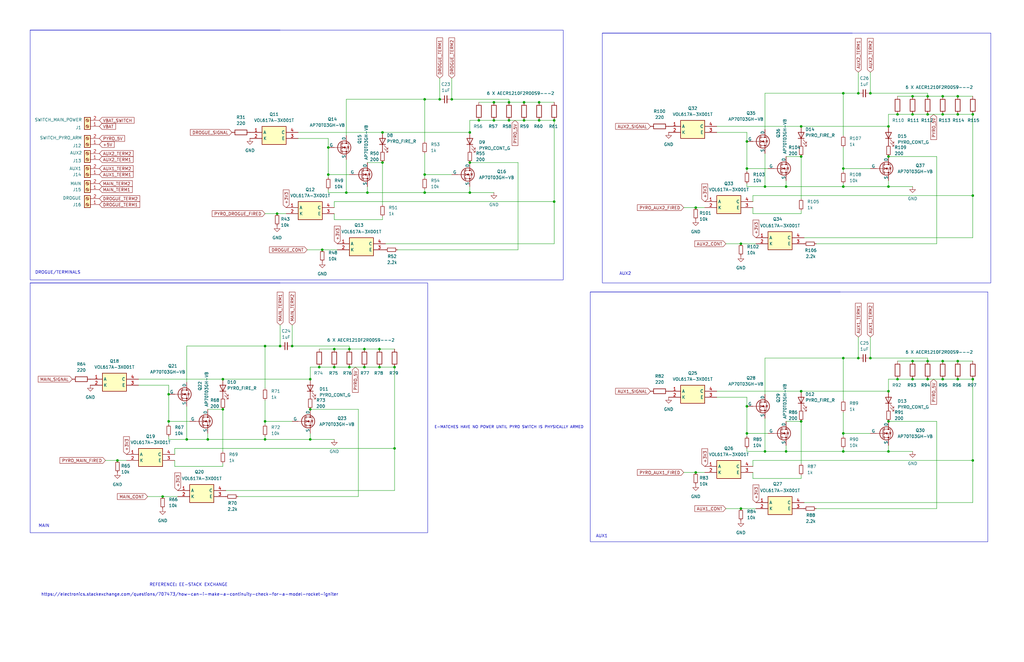
<source format=kicad_sch>
(kicad_sch (version 20231120) (generator "eeschema") (generator_version "8.0")
  (paper "B")
  (lib_symbols
    (symbol "Connector:Screw_Terminal_01x02" (pin_names (offset 1.016) hide)
      (property "Reference" "J" (at 0 2.54 0))
      (property "Value" "Screw_Terminal_01x02" (at 0 -5.08 0))
      (symbol "Screw_Terminal_01x02_1_1"
        (pin passive line (at -5.08 0 0) (length 3.81) (name "Pin_1") (number "1"))
        (pin passive line (at -5.08 -2.54 0) (length 3.81) (name "Pin_2") (number "2"))
      )
    )
    (symbol "Device:R" (pin_numbers hide) (pin_names (offset 0))
      (property "Reference" "R" (at 2.032 0 90))
      (property "Value" "R" (at 0 0 90))
      (symbol "R_1_1"
        (pin passive line (at 0 3.81 270) (length 1.27) (name "~") (number "1"))
        (pin passive line (at 0 -3.81 90) (length 1.27) (name "~") (number "2"))
      )
    )
    (symbol "GND_15" (power) (pin_numbers hide) (pin_names (offset 0) hide)
      (property "Value" "GND" (at 0 -3.81 0))
      (symbol "GND_15_1_1"
        (pin power_in line (at 0 0 270) (length 0) (name "~") (number "1"))
      )
    )
    (symbol "GND_16" (power) (pin_numbers hide) (pin_names (offset 0) hide)
      (property "Value" "GND" (at 0 -3.81 0))
      (symbol "GND_16_1_1"
        (pin power_in line (at 0 0 270) (length 0) (name "~") (number "1"))
      )
    )
    (symbol "GND_7" (power) (pin_numbers hide) (pin_names (offset 0) hide)
      (property "Value" "GND" (at 0 -3.81 0))
      (symbol "GND_7_1_1"
        (pin power_in line (at 0 0 270) (length 0) (name "~") (number "1"))
      )
    )
    (symbol "GND_8" (power) (pin_numbers hide) (pin_names (offset 0) hide)
      (property "Value" "GND" (at 0 -3.81 0))
      (symbol "GND_8_1_1"
        (pin power_in line (at 0 0 270) (length 0) (name "~") (number "1"))
      )
    )
    (symbol "Optoisolator:VOL617A-3X001T"
      (property "Reference" "Q" (at 16.51 7.62 0))
      (property "Value" "VOL617A-3X001T" (at 16.51 5.08 0))
      (symbol "VOL617A-3X001T_1_1"
        (pin passive line (at 0 0 0) (length 5.08) (name "A") (number "1"))
        (pin passive line (at 0 -2.54 0) (length 5.08) (name "K") (number "2"))
        (pin passive line (at 20.32 -2.54 180) (length 5.08) (name "E") (number "3"))
        (pin passive line (at 20.32 0 180) (length 5.08) (name "C") (number "4"))
      )
    )
    (symbol "Simulation_SPICE:NMOS" (pin_numbers hide) (pin_names (offset 0))
      (property "Reference" "Q" (at 5.08 1.27 0))
      (property "Value" "NMOS" (at 5.08 -1.27 0))
      (symbol "NMOS_1_1"
        (pin passive line (at 2.54 5.08 270) (length 2.54) (name "D") (number "1"))
        (pin input line (at -5.08 0 0) (length 2.54) (name "G") (number "2"))
        (pin passive line (at 2.54 -5.08 90) (length 2.54) (name "S") (number "3"))
      )
    )
    (symbol "cr-2032:C_Small" (pin_numbers hide) (pin_names (offset 0.254) hide)
      (property "Reference" "C" (at 0.254 1.778 0))
      (property "Value" "C_Small" (at 0.254 -2.032 0))
      (symbol "C_Small_1_1"
        (pin passive line (at 0 2.54 270) (length 2.032) (name "~") (number "1"))
        (pin passive line (at 0 -2.54 90) (length 2.032) (name "~") (number "2"))
      )
    )
    (symbol "cr-2032:LED" (pin_numbers hide) (pin_names (offset 1.016) hide)
      (property "Reference" "D" (at 0 2.54 0))
      (property "Value" "LED" (at 0 -2.54 0))
      (symbol "LED_1_1"
        (pin passive line (at -3.81 0 0) (length 2.54) (name "K") (number "1"))
        (pin passive line (at 3.81 0 180) (length 2.54) (name "A") (number "2"))
      )
    )
    (symbol "cr-2032:R_Small" (pin_numbers hide) (pin_names (offset 0.254) hide)
      (property "Reference" "R" (at 0.762 0.508 0))
      (property "Value" "R_Small" (at 0.762 -1.016 0))
      (symbol "R_Small_1_1"
        (pin passive line (at 0 2.54 270) (length 0.762) (name "~") (number "1"))
        (pin passive line (at 0 -2.54 90) (length 0.762) (name "~") (number "2"))
      )
    )
  )
  (junction (at 331.47 190.5))
  (junction (at 410.21 160.02))
  (junction (at 147.32 154.94))
  (junction (at 138.43 73.66))
  (junction (at 378.46 48.26))
  (junction (at 146.05 81.28))
  (junction (at 111.76 177.8))
  (junction (at 118.11 146.05))
  (junction (at 198.12 68.58))
  (junction (at 384.81 152.4))
  (junction (at 391.16 160.02))
  (junction (at 198.12 81.28))
  (junction (at 93.98 160.02))
  (junction (at 123.19 146.05))
  (junction (at 208.28 43.18))
  (junction (at 153.67 154.94))
  (junction (at 355.6 71.12))
  (junction (at 384.81 48.26))
  (junction (at 314.96 182.88))
  (junction (at 322.58 78.74))
  (junction (at 314.96 171.45))
  (junction (at 154.94 81.28))
  (junction (at 355.6 39.37))
  (junction (at 220.98 43.18))
  (junction (at 140.97 147.32))
  (junction (at 179.07 41.91))
  (junction (at 355.6 78.74))
  (junction (at 361.95 151.13))
  (junction (at 166.37 154.94))
  (junction (at 227.33 50.8))
  (junction (at 367.03 151.13))
  (junction (at 71.12 177.8))
  (junction (at 391.16 152.4))
  (junction (at 374.65 78.74))
  (junction (at 374.65 66.04))
  (junction (at 49.53 194.31))
  (junction (at 361.95 39.37))
  (junction (at 397.51 152.4))
  (junction (at 160.02 154.94))
  (junction (at 410.21 48.26))
  (junction (at 391.16 48.26))
  (junction (at 161.29 68.58))
  (junction (at 403.86 160.02))
  (junction (at 355.6 182.88))
  (junction (at 179.07 73.66))
  (junction (at 111.76 146.05))
  (junction (at 331.47 78.74))
  (junction (at 403.86 40.64))
  (junction (at 355.6 151.13))
  (junction (at 130.81 160.02))
  (junction (at 71.12 166.37))
  (junction (at 185.42 41.91))
  (junction (at 208.28 50.8))
  (junction (at 68.58 209.55))
  (junction (at 314.96 59.69))
  (junction (at 367.03 39.37))
  (junction (at 135.89 105.41))
  (junction (at 166.37 189.23))
  (junction (at 201.93 50.8))
  (junction (at 134.62 154.94))
  (junction (at 78.74 185.42))
  (junction (at 220.98 50.8))
  (junction (at 378.46 160.02))
  (junction (at 374.65 190.5))
  (junction (at 337.82 177.8))
  (junction (at 233.68 85.09))
  (junction (at 147.32 147.32))
  (junction (at 410.21 82.55))
  (junction (at 130.81 172.72))
  (junction (at 93.98 172.72))
  (junction (at 397.51 160.02))
  (junction (at 161.29 55.88))
  (junction (at 337.82 165.1))
  (junction (at 337.82 66.04))
  (junction (at 190.5 41.91))
  (junction (at 138.43 62.23))
  (junction (at 140.97 154.94))
  (junction (at 374.65 53.34))
  (junction (at 160.02 147.32))
  (junction (at 314.96 71.12))
  (junction (at 337.82 53.34))
  (junction (at 293.37 199.39))
  (junction (at 397.51 48.26))
  (junction (at 312.42 102.87))
  (junction (at 312.42 214.63))
  (junction (at 374.65 177.8))
  (junction (at 153.67 147.32))
  (junction (at 214.63 43.18))
  (junction (at 391.16 40.64))
  (junction (at 403.86 152.4))
  (junction (at 87.63 185.42))
  (junction (at 403.86 48.26))
  (junction (at 233.68 50.8))
  (junction (at 355.6 190.5))
  (junction (at 130.81 185.42))
  (junction (at 374.65 165.1))
  (junction (at 384.81 160.02))
  (junction (at 116.84 90.17))
  (junction (at 227.33 43.18))
  (junction (at 384.81 40.64))
  (junction (at 214.63 50.8))
  (junction (at 179.07 81.28))
  (junction (at 322.58 190.5))
  (junction (at 293.37 87.63))
  (junction (at 111.76 185.42))
  (junction (at 198.12 55.88))
  (junction (at 397.51 40.64))
  (junction (at 410.21 194.31))
  (wire (pts (xy 355.6 78.74) (xy 355.6 77.47)))
  (wire (pts (xy 394.97 214.63) (xy 394.97 177.8)))
  (wire (pts (xy 78.74 161.29) (xy 78.74 146.05)))
  (polyline (pts (xy 12.7 119.38) (xy 118.11 119.38)))
  (wire (pts (xy 208.28 43.18) (xy 214.63 43.18)))
  (wire (pts (xy 322.58 54.61) (xy 322.58 39.37)))
  (wire (pts (xy 147.32 146.05) (xy 147.32 147.32)))
  (wire (pts (xy 111.76 163.83) (xy 111.76 146.05)))
  (wire (pts (xy 355.6 190.5) (xy 374.65 190.5)))
  (wire (pts (xy 214.63 43.18) (xy 220.98 43.18)))
  (wire (pts (xy 73.66 194.31) (xy 73.66 196.85)))
  (wire (pts (xy 111.76 90.17) (xy 116.84 90.17)))
  (wire (pts (xy 179.07 81.28) (xy 198.12 81.28)))
  (wire (pts (xy 410.21 48.26) (xy 410.21 82.55)))
  (wire (pts (xy 355.6 184.15) (xy 355.6 182.88)))
  (wire (pts (xy 125.73 58.42) (xy 138.43 58.42)))
  (wire (pts (xy 116.84 90.17) (xy 120.65 90.17)))
  (wire (pts (xy 314.96 190.5) (xy 322.58 190.5)))
  (wire (pts (xy 331.47 78.74) (xy 355.6 78.74)))
  (wire (pts (xy 314.96 77.47) (xy 314.96 78.74)))
  (wire (pts (xy 331.47 190.5) (xy 355.6 190.5)))
  (wire (pts (xy 198.12 78.74) (xy 198.12 81.28)))
  (wire (pts (xy 394.97 102.87) (xy 394.97 66.04)))
  (wire (pts (xy 123.19 137.16) (xy 123.19 146.05)))
  (wire (pts (xy 218.44 105.41) (xy 218.44 68.58)))
  (wire (pts (xy 146.05 81.28) (xy 154.94 81.28)))
  (wire (pts (xy 111.76 177.8) (xy 111.76 168.91)))
  (wire (pts (xy 355.6 72.39) (xy 355.6 71.12)))
  (wire (pts (xy 134.62 154.94) (xy 140.97 154.94)))
  (wire (pts (xy 384.81 40.64) (xy 391.16 40.64)))
  (wire (pts (xy 208.28 50.8) (xy 214.63 50.8)))
  (wire (pts (xy 130.81 182.88) (xy 130.81 185.42)))
  (wire (pts (xy 129.54 105.41) (xy 135.89 105.41)))
  (wire (pts (xy 140.97 147.32) (xy 147.32 147.32)))
  (wire (pts (xy 166.37 189.23) (xy 73.66 189.23)))
  (wire (pts (xy 337.82 201.93) (xy 337.82 200.66)))
  (wire (pts (xy 317.5 199.39) (xy 317.5 201.93)))
  (wire (pts (xy 111.76 146.05) (xy 118.11 146.05)))
  (wire (pts (xy 162.56 102.87) (xy 233.68 102.87)))
  (wire (pts (xy 214.63 41.91) (xy 214.63 43.18)))
  (wire (pts (xy 71.12 184.15) (xy 71.12 185.42)))
  (wire (pts (xy 337.82 90.17) (xy 337.82 88.9)))
  (wire (pts (xy 403.86 40.64) (xy 410.21 40.64)))
  (wire (pts (xy 44.45 194.31) (xy 49.53 194.31)))
  (wire (pts (xy 218.44 68.58) (xy 198.12 68.58)))
  (wire (pts (xy 322.58 151.13) (xy 355.6 151.13)))
  (wire (pts (xy 314.96 55.88) (xy 314.96 59.69)))
  (wire (pts (xy 130.81 154.94) (xy 130.81 160.02)))
  (wire (pts (xy 166.37 189.23) (xy 166.37 207.01)))
  (wire (pts (xy 384.81 48.26) (xy 391.16 48.26)))
  (wire (pts (xy 374.65 48.26) (xy 378.46 48.26)))
  (wire (pts (xy 344.17 214.63) (xy 394.97 214.63)))
  (wire (pts (xy 367.03 30.48) (xy 367.03 39.37)))
  (wire (pts (xy 344.17 102.87) (xy 394.97 102.87)))
  (wire (pts (xy 322.58 39.37) (xy 355.6 39.37)))
  (wire (pts (xy 355.6 151.13) (xy 361.95 151.13)))
  (wire (pts (xy 314.96 59.69) (xy 314.96 71.12)))
  (wire (pts (xy 154.94 81.28) (xy 179.07 81.28)))
  (wire (pts (xy 214.63 41.91) (xy 190.5 41.91)))
  (wire (pts (xy 151.13 172.72) (xy 130.81 172.72)))
  (wire (pts (xy 367.03 142.24) (xy 367.03 151.13)))
  (wire (pts (xy 317.5 87.63) (xy 317.5 90.17)))
  (wire (pts (xy 58.42 160.02) (xy 93.98 160.02)))
  (wire (pts (xy 312.42 214.63) (xy 318.77 214.63)))
  (wire (pts (xy 322.58 64.77) (xy 322.58 78.74)))
  (wire (pts (xy 185.42 33.02) (xy 185.42 41.91)))
  (wire (pts (xy 323.85 182.88) (xy 314.96 182.88)))
  (wire (pts (xy 403.86 48.26) (xy 410.21 48.26)))
  (wire (pts (xy 317.5 201.93) (xy 337.82 201.93)))
  (wire (pts (xy 384.81 152.4) (xy 391.16 152.4)))
  (wire (pts (xy 140.97 154.94) (xy 147.32 154.94)))
  (wire (pts (xy 374.65 190.5) (xy 384.81 190.5)))
  (wire (pts (xy 403.86 160.02) (xy 410.21 160.02)))
  (wire (pts (xy 140.97 90.17) (xy 140.97 92.71)))
  (wire (pts (xy 391.16 39.37) (xy 367.03 39.37)))
  (wire (pts (xy 166.37 154.94) (xy 166.37 189.23)))
  (wire (pts (xy 71.12 166.37) (xy 71.12 177.8)))
  (wire (pts (xy 111.76 185.42) (xy 130.81 185.42)))
  (wire (pts (xy 337.82 53.34) (xy 374.65 53.34)))
  (wire (pts (xy 314.96 189.23) (xy 314.96 190.5)))
  (wire (pts (xy 337.82 177.8) (xy 337.82 195.58)))
  (wire (pts (xy 220.98 43.18) (xy 227.33 43.18)))
  (wire (pts (xy 337.82 66.04) (xy 337.82 83.82)))
  (wire (pts (xy 167.64 105.41) (xy 218.44 105.41)))
  (wire (pts (xy 331.47 177.8) (xy 337.82 177.8)))
  (wire (pts (xy 73.66 189.23) (xy 73.66 191.77)))
  (wire (pts (xy 288.29 87.63) (xy 293.37 87.63)))
  (wire (pts (xy 391.16 151.13) (xy 391.16 152.4)))
  (wire (pts (xy 179.07 74.93) (xy 179.07 73.66)))
  (wire (pts (xy 140.97 92.71) (xy 161.29 92.71)))
  (wire (pts (xy 71.12 162.56) (xy 71.12 166.37)))
  (wire (pts (xy 302.26 55.88) (xy 314.96 55.88)))
  (wire (pts (xy 201.93 50.8) (xy 208.28 50.8)))
  (wire (pts (xy 80.01 177.8) (xy 71.12 177.8)))
  (wire (pts (xy 233.68 50.8) (xy 233.68 85.09)))
  (wire (pts (xy 73.66 196.85) (xy 93.98 196.85)))
  (wire (pts (xy 233.68 85.09) (xy 233.68 102.87)))
  (wire (pts (xy 410.21 194.31) (xy 317.5 194.31)))
  (wire (pts (xy 161.29 92.71) (xy 161.29 91.44)))
  (wire (pts (xy 397.51 152.4) (xy 403.86 152.4)))
  (wire (pts (xy 111.76 179.07) (xy 111.76 177.8)))
  (wire (pts (xy 78.74 146.05) (xy 111.76 146.05)))
  (wire (pts (xy 355.6 71.12) (xy 355.6 62.23)))
  (wire (pts (xy 378.46 48.26) (xy 384.81 48.26)))
  (wire (pts (xy 374.65 78.74) (xy 384.81 78.74)))
  (wire (pts (xy 355.6 71.12) (xy 367.03 71.12)))
  (wire (pts (xy 71.12 185.42) (xy 78.74 185.42)))
  (wire (pts (xy 312.42 102.87) (xy 318.77 102.87)))
  (wire (pts (xy 130.81 154.94) (xy 134.62 154.94)))
  (wire (pts (xy 214.63 50.8) (xy 220.98 50.8)))
  (wire (pts (xy 394.97 66.04) (xy 374.65 66.04)))
  (wire (pts (xy 179.07 73.66) (xy 190.5 73.66)))
  (wire (pts (xy 118.11 137.16) (xy 118.11 146.05)))
  (wire (pts (xy 68.58 209.55) (xy 74.93 209.55)))
  (wire (pts (xy 355.6 190.5) (xy 355.6 189.23)))
  (wire (pts (xy 147.32 147.32) (xy 153.67 147.32)))
  (wire (pts (xy 125.73 55.88) (xy 161.29 55.88)))
  (wire (pts (xy 337.82 165.1) (xy 374.65 165.1)))
  (wire (pts (xy 138.43 58.42) (xy 138.43 62.23)))
  (wire (pts (xy 331.47 66.04) (xy 337.82 66.04)))
  (wire (pts (xy 355.6 168.91) (xy 355.6 151.13)))
  (wire (pts (xy 378.46 152.4) (xy 384.81 152.4)))
  (wire (pts (xy 135.89 105.41) (xy 142.24 105.41)))
  (wire (pts (xy 138.43 62.23) (xy 138.43 73.66)))
  (wire (pts (xy 151.13 209.55) (xy 151.13 172.72)))
  (wire (pts (xy 138.43 80.01) (xy 138.43 81.28)))
  (wire (pts (xy 361.95 30.48) (xy 361.95 39.37)))
  (wire (pts (xy 160.02 154.94) (xy 166.37 154.94)))
  (wire (pts (xy 355.6 182.88) (xy 367.03 182.88)))
  (wire (pts (xy 138.43 73.66) (xy 138.43 74.93)))
  (wire (pts (xy 397.51 160.02) (xy 403.86 160.02)))
  (wire (pts (xy 293.37 87.63) (xy 297.18 87.63)))
  (wire (pts (xy 154.94 78.74) (xy 154.94 81.28)))
  (wire (pts (xy 179.07 73.66) (xy 179.07 64.77)))
  (wire (pts (xy 227.33 43.18) (xy 233.68 43.18)))
  (wire (pts (xy 374.65 48.26) (xy 374.65 53.34)))
  (wire (pts (xy 394.97 177.8) (xy 374.65 177.8)))
  (wire (pts (xy 322.58 166.37) (xy 322.58 151.13)))
  (wire (pts (xy 410.21 82.55) (xy 410.21 100.33)))
  (wire (pts (xy 322.58 190.5) (xy 331.47 190.5)))
  (wire (pts (xy 361.95 142.24) (xy 361.95 151.13)))
  (wire (pts (xy 288.29 199.39) (xy 293.37 199.39)))
  (wire (pts (xy 355.6 182.88) (xy 355.6 173.99)))
  (wire (pts (xy 322.58 78.74) (xy 331.47 78.74)))
  (wire (pts (xy 161.29 68.58) (xy 161.29 86.36)))
  (wire (pts (xy 378.46 40.64) (xy 384.81 40.64)))
  (wire (pts (xy 49.53 194.31) (xy 53.34 194.31)))
  (wire (pts (xy 314.96 71.12) (xy 314.96 72.39)))
  (wire (pts (xy 331.47 187.96) (xy 331.47 190.5)))
  (wire (pts (xy 100.33 209.55) (xy 151.13 209.55)))
  (wire (pts (xy 161.29 55.88) (xy 198.12 55.88)))
  (wire (pts (xy 391.16 160.02) (xy 397.51 160.02)))
  (wire (pts (xy 140.97 85.09) (xy 140.97 87.63)))
  (wire (pts (xy 306.07 102.87) (xy 312.42 102.87)))
  (wire (pts (xy 227.33 50.8) (xy 233.68 50.8)))
  (wire (pts (xy 147.32 73.66) (xy 138.43 73.66)))
  (polyline (pts (xy 12.7 12.7) (xy 118.11 12.7)))
  (wire (pts (xy 87.63 185.42) (xy 111.76 185.42)))
  (wire (pts (xy 153.67 154.94) (xy 160.02 154.94)))
  (wire (pts (xy 397.51 48.26) (xy 403.86 48.26)))
  (wire (pts (xy 293.37 199.39) (xy 297.18 199.39)))
  (polyline (pts (xy 254 13.97) (xy 359.41 13.97)))
  (wire (pts (xy 154.94 68.58) (xy 161.29 68.58)))
  (wire (pts (xy 198.12 50.8) (xy 201.93 50.8)))
  (wire (pts (xy 314.96 78.74) (xy 322.58 78.74)))
  (wire (pts (xy 410.21 160.02) (xy 410.21 194.31)))
  (wire (pts (xy 384.81 160.02) (xy 391.16 160.02)))
  (wire (pts (xy 93.98 196.85) (xy 93.98 195.58)))
  (wire (pts (xy 93.98 160.02) (xy 130.81 160.02)))
  (wire (pts (xy 410.21 82.55) (xy 317.5 82.55)))
  (wire (pts (xy 397.51 40.64) (xy 403.86 40.64)))
  (wire (pts (xy 146.05 57.15) (xy 146.05 41.91)))
  (wire (pts (xy 302.26 165.1) (xy 337.82 165.1)))
  (wire (pts (xy 323.85 71.12) (xy 314.96 71.12)))
  (wire (pts (xy 147.32 146.05) (xy 123.19 146.05)))
  (wire (pts (xy 93.98 172.72) (xy 93.98 190.5)))
  (wire (pts (xy 153.67 147.32) (xy 160.02 147.32)))
  (wire (pts (xy 403.86 152.4) (xy 410.21 152.4)))
  (wire (pts (xy 374.65 76.2) (xy 374.65 78.74)))
  (wire (pts (xy 391.16 152.4) (xy 397.51 152.4)))
  (wire (pts (xy 314.96 171.45) (xy 314.96 182.88)))
  (wire (pts (xy 138.43 81.28) (xy 146.05 81.28)))
  (wire (pts (xy 146.05 41.91) (xy 179.07 41.91)))
  (wire (pts (xy 391.16 48.26) (xy 397.51 48.26)))
  (wire (pts (xy 62.23 209.55) (xy 68.58 209.55)))
  (wire (pts (xy 391.16 39.37) (xy 391.16 40.64)))
  (wire (pts (xy 355.6 39.37) (xy 361.95 39.37)))
  (wire (pts (xy 314.96 167.64) (xy 314.96 171.45)))
  (wire (pts (xy 317.5 82.55) (xy 317.5 85.09)))
  (wire (pts (xy 198.12 81.28) (xy 208.28 81.28)))
  (wire (pts (xy 331.47 76.2) (xy 331.47 78.74)))
  (wire (pts (xy 146.05 67.31) (xy 146.05 81.28)))
  (wire (pts (xy 391.16 151.13) (xy 367.03 151.13)))
  (wire (pts (xy 322.58 176.53) (xy 322.58 190.5)))
  (wire (pts (xy 233.68 85.09) (xy 140.97 85.09)))
  (wire (pts (xy 339.09 212.09) (xy 410.21 212.09)))
  (wire (pts (xy 314.96 182.88) (xy 314.96 184.15)))
  (wire (pts (xy 111.76 185.42) (xy 111.76 184.15)))
  (wire (pts (xy 374.65 160.02) (xy 378.46 160.02)))
  (wire (pts (xy 201.93 43.18) (xy 208.28 43.18)))
  (wire (pts (xy 198.12 50.8) (xy 198.12 55.88)))
  (wire (pts (xy 179.07 81.28) (xy 179.07 80.01)))
  (wire (pts (xy 317.5 90.17) (xy 337.82 90.17)))
  (wire (pts (xy 302.26 53.34) (xy 337.82 53.34)))
  (polyline (pts (xy 248.92 123.19) (xy 354.33 123.19)))
  (wire (pts (xy 160.02 147.32) (xy 166.37 147.32)))
  (wire (pts (xy 130.81 185.42) (xy 140.97 185.42)))
  (wire (pts (xy 355.6 57.15) (xy 355.6 39.37)))
  (wire (pts (xy 317.5 194.31) (xy 317.5 196.85)))
  (wire (pts (xy 306.07 214.63) (xy 312.42 214.63)))
  (wire (pts (xy 355.6 78.74) (xy 374.65 78.74)))
  (wire (pts (xy 87.63 172.72) (xy 93.98 172.72)))
  (wire (pts (xy 147.32 154.94) (xy 153.67 154.94)))
  (wire (pts (xy 391.16 40.64) (xy 397.51 40.64)))
  (wire (pts (xy 87.63 182.88) (xy 87.63 185.42)))
  (wire (pts (xy 134.62 147.32) (xy 140.97 147.32)))
  (wire (pts (xy 78.74 171.45) (xy 78.74 185.42)))
  (wire (pts (xy 71.12 177.8) (xy 71.12 179.07)))
  (wire (pts (xy 302.26 167.64) (xy 314.96 167.64)))
  (wire (pts (xy 374.65 187.96) (xy 374.65 190.5)))
  (wire (pts (xy 111.76 177.8) (xy 123.19 177.8)))
  (wire (pts (xy 374.65 160.02) (xy 374.65 165.1)))
  (wire (pts (xy 58.42 162.56) (xy 71.12 162.56)))
  (wire (pts (xy 190.5 33.02) (xy 190.5 41.91)))
  (wire (pts (xy 179.07 59.69) (xy 179.07 41.91)))
  (wire (pts (xy 378.46 160.02) (xy 384.81 160.02)))
  (wire (pts (xy 410.21 194.31) (xy 410.21 212.09)))
  (wire (pts (xy 95.25 207.01) (xy 166.37 207.01)))
  (wire (pts (xy 78.74 185.42) (xy 87.63 185.42)))
  (wire (pts (xy 220.98 50.8) (xy 227.33 50.8)))
  (wire (pts (xy 339.09 100.33) (xy 410.21 100.33)))
  (wire (pts (xy 179.07 41.91) (xy 185.42 41.91)))
  (rectangle (start 12.7 12.7) (end 237.49 118.11))
  (rectangle (start 254 13.97) (end 417.83 119.38))
  (rectangle (start 248.92 123.19) (end 416.56 228.6))
  (rectangle (start 12.7 119.38) (end 180.34 224.79))
  (text "MAIN" (at 18.542 221.996 0) (effects (font (size 1.27 1.27))))
  (text "REFERENCE: EE-STACK EXCHANGE \n\nhttps://electronics.stackexchange.com/questions/707473/how-can-i-make-a-continuity-check-for-a-model-rocket-igniter" (at 80.01 248.92 0) (effects (font (size 1.27 1.27))))
  (text "DROGUE/TERMINALS\n" (at 24.384 115.062 0) (effects (font (size 1.27 1.27))))
  (text "AUX1\n" (at 253.746 226.314 0) (effects (font (size 1.27 1.27))))
  (text "AUX2\n" (at 263.652 115.57 0) (effects (font (size 1.27 1.27))))
  (text "E-MATCHES HAVE NO POWER UNTIL PYRO SWITCH IS PHYSICALLY ARMED" (at 214.63 180.34 0) (effects (font (size 1.143 1.143))))
  (global_label "+5V" (shape input) (at 41.91 60.96 0) (property "Intersheetrefs" "${INTERSHEET_REFS}" (effects (hide yes))))
  (global_label "PYRO_AUX2_FIRED" (shape input) (at 288.29 87.63 180) (property "Intersheetrefs" "${INTERSHEET_REFS}" (effects (hide yes))))
  (global_label "AUX1_TERM1" (shape input) (at 41.91 73.66 0) (property "Intersheetrefs" "${INTERSHEET_REFS}" (effects (hide yes))))
  (global_label "PYRO_5V" (shape input) (at 393.7 160.02 270) (property "Intersheetrefs" "${INTERSHEET_REFS}" (effects (hide yes))))
  (global_label "DROGUE_SIGNAL" (shape input) (at 97.79 55.88 180) (property "Intersheetrefs" "${INTERSHEET_REFS}" (effects (hide yes))))
  (global_label "AUX1_SIGNAL" (shape input) (at 274.32 165.1 180) (property "Intersheetrefs" "${INTERSHEET_REFS}" (effects (hide yes))))
  (global_label "DROGUE_TERM1" (shape input) (at 185.42 33.02 90) (property "Intersheetrefs" "${INTERSHEET_REFS}" (effects (hide yes))))
  (global_label "+3V3" (shape input) (at 297.18 196.85 90) (property "Intersheetrefs" "${INTERSHEET_REFS}" (effects (hide yes))))
  (global_label "MAIN_TERM1" (shape input) (at 118.11 137.16 90) (property "Intersheetrefs" "${INTERSHEET_REFS}" (effects (hide yes))))
  (global_label "+3V3" (shape input) (at 74.93 207.01 90) (property "Intersheetrefs" "${INTERSHEET_REFS}" (effects (hide yes))))
  (global_label "MAIN_TERM2" (shape input) (at 123.19 137.16 90) (property "Intersheetrefs" "${INTERSHEET_REFS}" (effects (hide yes))))
  (global_label "VBAT_SWITCH" (shape input) (at 41.91 50.8 0) (property "Intersheetrefs" "${INTERSHEET_REFS}" (effects (hide yes))))
  (global_label "DROGUE_TERM2" (shape input) (at 41.91 83.82 0) (property "Intersheetrefs" "${INTERSHEET_REFS}" (effects (hide yes))))
  (global_label "+3V3" (shape input) (at 53.34 191.77 90) (property "Intersheetrefs" "${INTERSHEET_REFS}" (effects (hide yes))))
  (global_label "AUX2_CONT" (shape input) (at 306.07 102.87 180) (property "Intersheetrefs" "${INTERSHEET_REFS}" (effects (hide yes))))
  (global_label "MAIN_CONT" (shape input) (at 62.23 209.55 180) (property "Intersheetrefs" "${INTERSHEET_REFS}" (effects (hide yes))))
  (global_label "PYRO_MAIN_FIRED" (shape input) (at 44.45 194.31 180) (property "Intersheetrefs" "${INTERSHEET_REFS}" (effects (hide yes))))
  (global_label "+3V3" (shape input) (at 120.65 87.63 90) (property "Intersheetrefs" "${INTERSHEET_REFS}" (effects (hide yes))))
  (global_label "PYRO_DROGUE_FIRED" (shape input) (at 111.76 90.17 180) (property "Intersheetrefs" "${INTERSHEET_REFS}" (effects (hide yes))))
  (global_label "AUX1_CONT" (shape input) (at 306.07 214.63 180) (property "Intersheetrefs" "${INTERSHEET_REFS}" (effects (hide yes))))
  (global_label "MAIN_TERM1" (shape input) (at 41.91 80.01 0) (property "Intersheetrefs" "${INTERSHEET_REFS}" (effects (hide yes))))
  (global_label "DROGUE_TERM1" (shape input) (at 41.91 86.36 0) (property "Intersheetrefs" "${INTERSHEET_REFS}" (effects (hide yes))))
  (global_label "AUX1_TERM2" (shape input) (at 41.91 71.12 0) (property "Intersheetrefs" "${INTERSHEET_REFS}" (effects (hide yes))))
  (global_label "AUX2_TERM2" (shape input) (at 41.91 64.77 0) (property "Intersheetrefs" "${INTERSHEET_REFS}" (effects (hide yes))))
  (global_label "PYRO_AUX1_FIRED" (shape input) (at 288.29 199.39 180) (property "Intersheetrefs" "${INTERSHEET_REFS}" (effects (hide yes))))
  (global_label "+3V3" (shape input) (at 318.77 100.33 90) (property "Intersheetrefs" "${INTERSHEET_REFS}" (effects (hide yes))))
  (global_label "PYRO_5V" (shape input) (at 41.91 58.42 0) (property "Intersheetrefs" "${INTERSHEET_REFS}" (effects (hide yes))))
  (global_label "PYRO_5V" (shape input) (at 149.86 154.94 270) (property "Intersheetrefs" "${INTERSHEET_REFS}" (effects (hide yes))))
  (global_label "VBAT" (shape input) (at 41.91 53.34 0) (property "Intersheetrefs" "${INTERSHEET_REFS}" (effects (hide yes))))
  (global_label "PYRO_5V" (shape input) (at 217.17 50.8 270) (property "Intersheetrefs" "${INTERSHEET_REFS}" (effects (hide yes))))
  (global_label "AUX1_TERM1" (shape input) (at 361.95 142.24 90) (property "Intersheetrefs" "${INTERSHEET_REFS}" (effects (hide yes))))
  (global_label "AUX2_TERM1" (shape input) (at 361.95 30.48 90) (property "Intersheetrefs" "${INTERSHEET_REFS}" (effects (hide yes))))
  (global_label "+3V3" (shape input) (at 318.77 212.09 90) (property "Intersheetrefs" "${INTERSHEET_REFS}" (effects (hide yes))))
  (global_label "PYRO_5V" (shape input) (at 393.7 48.26 270) (property "Intersheetrefs" "${INTERSHEET_REFS}" (effects (hide yes))))
  (global_label "DROGUE_CONT" (shape input) (at 129.54 105.41 180) (property "Intersheetrefs" "${INTERSHEET_REFS}" (effects (hide yes))))
  (global_label "MAIN_TERM2" (shape input) (at 41.91 77.47 0) (property "Intersheetrefs" "${INTERSHEET_REFS}" (effects (hide yes))))
  (global_label "+3V3" (shape input) (at 142.24 102.87 90) (property "Intersheetrefs" "${INTERSHEET_REFS}" (effects (hide yes))))
  (global_label "AUX2_TERM1" (shape input) (at 41.91 67.31 0) (property "Intersheetrefs" "${INTERSHEET_REFS}" (effects (hide yes))))
  (global_label "MAIN_SIGNAL" (shape input) (at 30.48 160.02 180) (property "Intersheetrefs" "${INTERSHEET_REFS}" (effects (hide yes))))
  (global_label "AUX1_TERM2" (shape input) (at 367.03 142.24 90) (property "Intersheetrefs" "${INTERSHEET_REFS}" (effects (hide yes))))
  (global_label "AUX2_SIGNAL" (shape input) (at 274.32 53.34 180) (property "Intersheetrefs" "${INTERSHEET_REFS}" (effects (hide yes))))
  (global_label "DROGUE_TERM2" (shape input) (at 190.5 33.02 90) (property "Intersheetrefs" "${INTERSHEET_REFS}" (effects (hide yes))))
  (global_label "AUX2_TERM2" (shape input) (at 367.03 30.48 90) (property "Intersheetrefs" "${INTERSHEET_REFS}" (effects (hide yes))))
  (global_label "+3V3" (shape input) (at 297.18 85.09 90) (property "Intersheetrefs" "${INTERSHEET_REFS}" (effects (hide yes))))
  (symbol (lib_id "cr-2032:R_Small") (at 341.63 102.87 270) (unit 1)
    (property "Reference" "R106" (at 341.884 105.664 90))
    (property "Value" "2.2k" (at 341.884 108.204 90))
    (property "Footprint" "Resistor_SMD:R_0603_1608Metric" (effects (hide yes)))
    (property "Description" "Resistor, small symbol" (effects (hide yes)))
  )
  (symbol (lib_id "Device:R") (at 378.46 156.21 0) (unit 1)
    (property "Reference" "R92" (at 376.174 162.56 0) (effects (justify left)))
    (property "Value" "AECR1210F2R00S9---2" (effects (hide yes)))
    (property "Footprint" "Resistor_SMD:R_1210_3225Metric" (effects (hide yes)))
    (property "Description" "Resistor" (effects (hide yes)))
  )
  (symbol (lib_id "Optoisolator:VOL617A-3X001T") (at 318.77 212.09 0) (unit 1)
    (property "Reference" "Q27" (at 327.914 204.216 0))
    (property "Value" "VOL617A-3X001T" (at 328.93 207.01 0))
    (property "Footprint" "optoisolator:SOP254P1015X230-4N" (effects (hide yes)))
    (property "Datasheet" "https://www.vishay.com/docs/82424/vol617a.pdf" (effects (hide yes)))
    (property "Description" "Transistor Output Optocouplers Phototransistor Out CTR 100-200% IF=5M" (effects (hide yes)))
    (property "Height" "2.3" (effects (hide yes)))
    (property "Mouser Part Number" "78-VOL617A-3X001T" (effects (hide yes)))
    (property "Mouser Price/Stock" "https://www.mouser.co.uk/ProductDetail/Vishay-Semiconductors/VOL617A-3X001T?qs=s4XK1XdnRilgLzp851N9tg%3D%3D" (effects (hide yes)))
    (property "Manufacturer_Name" "Vishay" (effects (hide yes)))
    (property "Manufacturer_Part_Number" "VOL617A-3X001T" (effects (hide yes)))
  )
  (symbol (lib_id "Device:R") (at 403.86 44.45 0) (unit 1)
    (property "Reference" "R114" (at 401.574 50.8 0) (effects (justify left)))
    (property "Value" "AECR1210F2R00S9---2" (effects (hide yes)))
    (property "Footprint" "Resistor_SMD:R_1210_3225Metric" (effects (hide yes)))
    (property "Description" "Resistor" (effects (hide yes)))
  )
  (symbol (lib_id "Connector:Screw_Terminal_01x02") (at 36.83 53.34 180) (unit 1)
    (property "Reference" "J1" (at 34.29 53.848 0) (effects (justify left)))
    (property "Value" "SWITCH_MAIN_POWER" (at 34.544 50.546 0) (effects (justify left)))
    (property "Footprint" "TerminalBlock:TerminalBlock_Wuerth_691311400102_P7.62mm" (effects (hide yes)))
    (property "Description" "Generic screw terminal, single row, 01x02, script generated (kicad-library-utils/schlib/autogen/connector/)" (effects (hide yes)))
  )
  (symbol (lib_name "GND_7") (lib_id "power:GND") (at 281.94 55.88 0) (unit 1)
    (property "Reference" "#PWR080" (effects (hide yes)))
    (property "Value" "GND" (at 281.94 60.96 0))
    (property "Description" "Power symbol creates a global label with name \"GND\" , ground" (effects (hide yes)))
  )
  (symbol (lib_id "cr-2032:R_Small") (at 314.96 186.69 0) (unit 1)
    (property "Reference" "R85" (at 317.5 185.4199 0) (effects (justify left)))
    (property "Value" "10k" (at 317.5 187.9599 0) (effects (justify left)))
    (property "Footprint" "Resistor_SMD:R_0603_1608Metric" (effects (hide yes)))
    (property "Description" "Resistor, small symbol" (effects (hide yes)))
  )
  (symbol (lib_id "cr-2032:LED") (at 130.81 163.83 90) (unit 1)
    (property "Reference" "D11" (at 134.62 164.1474 90) (effects (justify right)))
    (property "Value" "PYRO_CONT_G" (at 134.62 166.6874 90) (effects (justify right)))
    (property "Footprint" "LED_SMD:LED_0603_1608Metric" (effects (hide yes)))
    (property "Description" "Light emitting diode" (effects (hide yes)))
  )
  (symbol (lib_name "GND_15") (lib_id "power:GND") (at 116.84 95.25 0) (unit 1)
    (property "Reference" "#PWR066" (effects (hide yes)))
    (property "Value" "GND" (at 116.84 100.33 0))
    (property "Description" "Power symbol creates a global label with name \"GND\" , ground" (effects (hide yes)))
  )
  (symbol (lib_id "Device:R") (at 410.21 156.21 0) (unit 1)
    (property "Reference" "R97" (at 407.924 162.56 0) (effects (justify left)))
    (property "Value" "6 X AECR1210F2R00S9---2" (at 381.762 148.59 0) (effects (justify left)))
    (property "Footprint" "Resistor_SMD:R_1210_3225Metric" (effects (hide yes)))
    (property "Description" "Resistor" (effects (hide yes)))
  )
  (symbol (lib_id "cr-2032:R_Small") (at 111.76 166.37 0) (unit 1)
    (property "Reference" "R71" (at 114.3 165.0999 0) (effects (justify left)))
    (property "Value" "1k" (at 114.3 167.6399 0) (effects (justify left)))
    (property "Footprint" "Resistor_SMD:R_0603_1608Metric" (effects (hide yes)))
    (property "Description" "Resistor, small symbol" (effects (hide yes)))
  )
  (symbol (lib_id "cr-2032:LED") (at 374.65 57.15 90) (unit 1)
    (property "Reference" "D15" (at 378.46 57.4674 90) (effects (justify right)))
    (property "Value" "PYRO_CONT_G" (at 378.46 60.0074 90) (effects (justify right)))
    (property "Footprint" "LED_SMD:LED_0603_1608Metric" (effects (hide yes)))
    (property "Description" "Light emitting diode" (effects (hide yes)))
  )
  (symbol (lib_id "Simulation_SPICE:NMOS") (at 195.58 73.66 0) (unit 1)
    (property "Reference" "Q16" (at 209.55 72.3899 0) (effects (justify left)))
    (property "Value" "AP70T03GH-VB" (at 201.93 74.9299 0) (effects (justify left)))
    (property "Footprint" "Package_TO_SOT_SMD:TO-252-TEST-HAVOC" (effects (hide yes)))
    (property "Datasheet" "https://ngspice.sourceforge.io/docs/ngspice-html-manual/manual.xhtml#cha_MOSFETs" (effects (hide yes)))
    (property "Description" "N-MOSFET transistor, drain/source/gate" (effects (hide yes)))
    (property "Sim.Device" "NMOS" (effects (hide yes)))
    (property "Sim.Type" "VDMOS" (effects (hide yes)))
    (property "Sim.Pins" "1=D 2=G 3=S" (effects (hide yes)))
  )
  (symbol (lib_id "cr-2032:R_Small") (at 198.12 66.04 0) (unit 1)
    (property "Reference" "R55" (at 200.66 64.7699 0) (effects (justify left)))
    (property "Value" "200" (at 200.66 67.3099 0) (effects (justify left)))
    (property "Footprint" "Resistor_SMD:R_0603_1608Metric" (effects (hide yes)))
    (property "Description" "Resistor, small symbol" (effects (hide yes)))
  )
  (symbol (lib_id "Device:R") (at 220.98 46.99 0) (unit 1)
    (property "Reference" "R59" (at 219.202 53.34 0) (effects (justify left)))
    (property "Value" "AECR1210F2R00S9---2" (effects (hide yes)))
    (property "Footprint" "Resistor_SMD:R_1210_3225Metric" (effects (hide yes)))
    (property "Description" "Resistor" (effects (hide yes)))
  )
  (symbol (lib_id "Device:R") (at 403.86 156.21 0) (unit 1)
    (property "Reference" "R96" (at 401.574 162.56 0) (effects (justify left)))
    (property "Value" "AECR1210F2R00S9---2" (effects (hide yes)))
    (property "Footprint" "Resistor_SMD:R_1210_3225Metric" (effects (hide yes)))
    (property "Description" "Resistor" (effects (hide yes)))
  )
  (symbol (lib_id "cr-2032:R_Small") (at 130.81 170.18 0) (unit 1)
    (property "Reference" "R73" (at 133.35 168.9099 0) (effects (justify left)))
    (property "Value" "200" (at 133.35 171.4499 0) (effects (justify left)))
    (property "Footprint" "Resistor_SMD:R_0603_1608Metric" (effects (hide yes)))
    (property "Description" "Resistor, small symbol" (effects (hide yes)))
  )
  (symbol (lib_id "Device:R") (at 147.32 151.13 0) (unit 1)
    (property "Reference" "R76" (at 144.526 157.48 0) (effects (justify left)))
    (property "Value" "AECR1210F2R00S9---2" (effects (hide yes)))
    (property "Footprint" "Resistor_SMD:R_1210_3225Metric" (effects (hide yes)))
    (property "Description" "Resistor" (effects (hide yes)))
  )
  (symbol (lib_id "Device:R") (at 134.62 151.13 0) (unit 1)
    (property "Reference" "R74" (at 132.334 157.48 0) (effects (justify left)))
    (property "Value" "AECR1210F2R00S9---2" (effects (hide yes)))
    (property "Footprint" "Resistor_SMD:R_1210_3225Metric" (effects (hide yes)))
    (property "Description" "Resistor" (effects (hide yes)))
  )
  (symbol (lib_id "Simulation_SPICE:NMOS") (at 76.2 166.37 0) (unit 1)
    (property "Reference" "Q21" (at 70.866 154.432 0) (effects (justify left)))
    (property "Value" "AP70T03GH-VB" (at 63.246 156.972 0) (effects (justify left)))
    (property "Footprint" "Package_TO_SOT_SMD:TO-252-TEST-HAVOC" (effects (hide yes)))
    (property "Datasheet" "https://ngspice.sourceforge.io/docs/ngspice-html-manual/manual.xhtml#cha_MOSFETs" (effects (hide yes)))
    (property "Description" "N-MOSFET transistor, drain/source/gate" (effects (hide yes)))
    (property "Sim.Device" "NMOS" (effects (hide yes)))
    (property "Sim.Type" "VDMOS" (effects (hide yes)))
    (property "Sim.Pins" "1=D 2=G 3=S" (effects (hide yes)))
  )
  (symbol (lib_id "Connector:Screw_Terminal_01x02") (at 36.83 60.96 180) (unit 1)
    (property "Reference" "J12" (at 34.29 61.468 0) (effects (justify left)))
    (property "Value" "SWITCH_PYRO_ARM" (at 34.544 58.166 0) (effects (justify left)))
    (property "Footprint" "TerminalBlock:TerminalBlock_Wuerth_691311400102_P7.62mm" (effects (hide yes)))
    (property "Description" "Generic screw terminal, single row, 01x02, script generated (kicad-library-utils/schlib/autogen/connector/)" (effects (hide yes)))
  )
  (symbol (lib_id "cr-2032:R_Small") (at 71.12 181.61 0) (unit 1)
    (property "Reference" "R67" (at 73.66 180.3399 0) (effects (justify left)))
    (property "Value" "10k" (at 73.66 182.8799 0) (effects (justify left)))
    (property "Footprint" "Resistor_SMD:R_0603_1608Metric" (effects (hide yes)))
    (property "Description" "Resistor, small symbol" (effects (hide yes)))
  )
  (symbol (lib_id "Optoisolator:VOL617A-3X001T") (at 281.94 165.1 0) (unit 1)
    (property "Reference" "Q25" (at 292.1 157.48 0))
    (property "Value" "VOL617A-3X001T" (at 292.1 160.02 0))
    (property "Footprint" "optoisolator:SOP254P1015X230-4N" (effects (hide yes)))
    (property "Datasheet" "https://www.vishay.com/docs/82424/vol617a.pdf" (effects (hide yes)))
    (property "Description" "Transistor Output Optocouplers Phototransistor Out CTR 100-200% IF=5M" (effects (hide yes)))
    (property "Height" "2.3" (effects (hide yes)))
    (property "Mouser Part Number" "78-VOL617A-3X001T" (effects (hide yes)))
    (property "Mouser Price/Stock" "https://www.mouser.co.uk/ProductDetail/Vishay-Semiconductors/VOL617A-3X001T?qs=s4XK1XdnRilgLzp851N9tg%3D%3D" (effects (hide yes)))
    (property "Manufacturer_Name" "Vishay" (effects (hide yes)))
    (property "Manufacturer_Part_Number" "VOL617A-3X001T" (effects (hide yes)))
  )
  (symbol (lib_id "Connector:Screw_Terminal_01x02") (at 36.83 86.36 180) (unit 1)
    (property "Reference" "J16" (at 34.29 86.36 0) (effects (justify left)))
    (property "Value" "DROGUE" (at 34.29 83.566 0) (effects (justify left)))
    (property "Footprint" "TerminalBlock:TerminalBlock_Wuerth_691311400102_P7.62mm" (effects (hide yes)))
    (property "Description" "Generic screw terminal, single row, 01x02, script generated (kicad-library-utils/schlib/autogen/connector/)" (effects (hide yes)))
  )
  (symbol (lib_id "Optoisolator:VOL617A-3X001T") (at 105.41 55.88 0) (unit 1)
    (property "Reference" "Q11" (at 115.57 48.26 0))
    (property "Value" "VOL617A-3X001T" (at 115.57 50.8 0))
    (property "Footprint" "optoisolator:SOP254P1015X230-4N" (effects (hide yes)))
    (property "Datasheet" "https://www.vishay.com/docs/82424/vol617a.pdf" (effects (hide yes)))
    (property "Description" "Transistor Output Optocouplers Phototransistor Out CTR 100-200% IF=5M" (effects (hide yes)))
    (property "Height" "2.3" (effects (hide yes)))
    (property "Mouser Part Number" "78-VOL617A-3X001T" (effects (hide yes)))
    (property "Mouser Price/Stock" "https://www.mouser.co.uk/ProductDetail/Vishay-Semiconductors/VOL617A-3X001T?qs=s4XK1XdnRilgLzp851N9tg%3D%3D" (effects (hide yes)))
    (property "Manufacturer_Name" "Vishay" (effects (hide yes)))
    (property "Manufacturer_Part_Number" "VOL617A-3X001T" (effects (hide yes)))
  )
  (symbol (lib_id "Device:R") (at 227.33 46.99 0) (unit 1)
    (property "Reference" "R60" (at 225.044 53.34 0) (effects (justify left)))
    (property "Value" "AECR1210F2R00S9---2" (effects (hide yes)))
    (property "Footprint" "Resistor_SMD:R_1210_3225Metric" (effects (hide yes)))
    (property "Description" "Resistor" (effects (hide yes)))
  )
  (symbol (lib_name "GND_7") (lib_id "power:GND") (at 105.41 58.42 0) (unit 1)
    (property "Reference" "#PWR065" (effects (hide yes)))
    (property "Value" "GND" (at 105.41 63.5 0))
    (property "Description" "Power symbol creates a global label with name \"GND\" , ground" (effects (hide yes)))
  )
  (symbol (lib_id "Device:R") (at 153.67 151.13 0) (unit 1)
    (property "Reference" "R77" (at 151.892 157.48 0) (effects (justify left)))
    (property "Value" "AECR1210F2R00S9---2" (effects (hide yes)))
    (property "Footprint" "Resistor_SMD:R_1210_3225Metric" (effects (hide yes)))
    (property "Description" "Resistor" (effects (hide yes)))
  )
  (symbol (lib_id "Simulation_SPICE:NMOS") (at 85.09 177.8 0) (unit 1)
    (property "Reference" "Q22" (at 84.328 164.846 90) (effects (justify left)))
    (property "Value" "AP70T03GH-VB" (at 87.122 171.704 90) (effects (justify left)))
    (property "Footprint" "Package_TO_SOT_SMD:TO-252-TEST-HAVOC" (effects (hide yes)))
    (property "Datasheet" "https://ngspice.sourceforge.io/docs/ngspice-html-manual/manual.xhtml#cha_MOSFETs" (effects (hide yes)))
    (property "Description" "N-MOSFET transistor, drain/source/gate" (effects (hide yes)))
    (property "Sim.Device" "NMOS" (effects (hide yes)))
    (property "Sim.Type" "VDMOS" (effects (hide yes)))
    (property "Sim.Pins" "1=D 2=G 3=S" (effects (hide yes)))
  )
  (symbol (lib_id "cr-2032:R_Small") (at 337.82 198.12 0) (unit 1)
    (property "Reference" "R87" (at 340.36 196.8499 0) (effects (justify left)))
    (property "Value" "1k" (at 340.36 199.3899 0) (effects (justify left)))
    (property "Footprint" "Resistor_SMD:R_0603_1608Metric" (effects (hide yes)))
    (property "Description" "Resistor, small symbol" (effects (hide yes)))
  )
  (symbol (lib_id "cr-2032:R_Small") (at 374.65 63.5 0) (unit 1)
    (property "Reference" "R109" (at 377.19 62.2299 0) (effects (justify left)))
    (property "Value" "200" (at 377.19 64.7699 0) (effects (justify left)))
    (property "Footprint" "Resistor_SMD:R_0603_1608Metric" (effects (hide yes)))
    (property "Description" "Resistor, small symbol" (effects (hide yes)))
  )
  (symbol (lib_id "Device:R") (at 101.6 55.88 90) (unit 1)
    (property "Reference" "R31" (at 101.6 49.53 90))
    (property "Value" "220" (at 101.6 52.07 90))
    (property "Footprint" "Resistor_SMD:R_0805_2012Metric" (effects (hide yes)))
    (property "Description" "Resistor" (effects (hide yes)))
  )
  (symbol (lib_id "Connector:Screw_Terminal_01x02") (at 36.83 80.01 180) (unit 1)
    (property "Reference" "J15" (at 34.29 80.0101 0) (effects (justify left)))
    (property "Value" "MAIN" (at 34.29 77.4701 0) (effects (justify left)))
    (property "Footprint" "TerminalBlock:TerminalBlock_Wuerth_691311400102_P7.62mm" (effects (hide yes)))
    (property "Description" "Generic screw terminal, single row, 01x02, script generated (kicad-library-utils/schlib/autogen/connector/)" (effects (hide yes)))
  )
  (symbol (lib_id "Device:R") (at 201.93 46.99 0) (unit 1)
    (property "Reference" "R56" (at 199.644 53.34 0) (effects (justify left)))
    (property "Value" "AECR1210F2R00S9---2" (effects (hide yes)))
    (property "Footprint" "Resistor_SMD:R_1210_3225Metric" (effects (hide yes)))
    (property "Description" "Resistor" (effects (hide yes)))
  )
  (symbol (lib_name "GND_7") (lib_id "power:GND") (at 38.1 162.56 0) (unit 1)
    (property "Reference" "#PWR070" (effects (hide yes)))
    (property "Value" "GND" (at 38.1 167.64 0))
    (property "Description" "Power symbol creates a global label with name \"GND\" , ground" (effects (hide yes)))
  )
  (symbol (lib_id "Device:R") (at 384.81 44.45 0) (unit 1)
    (property "Reference" "R111" (at 382.524 50.8 0) (effects (justify left)))
    (property "Value" "AECR1210F2R00S9---2" (effects (hide yes)))
    (property "Footprint" "Resistor_SMD:R_1210_3225Metric" (effects (hide yes)))
    (property "Description" "Resistor" (effects (hide yes)))
  )
  (symbol (lib_id "Connector:Screw_Terminal_01x02") (at 36.83 67.31 180) (unit 1)
    (property "Reference" "J13" (at 34.29 67.818 0) (effects (justify left)))
    (property "Value" "AUX2" (at 34.544 64.516 0) (effects (justify left)))
    (property "Footprint" "TerminalBlock:TerminalBlock_Wuerth_691311400102_P7.62mm" (effects (hide yes)))
    (property "Description" "Generic screw terminal, single row, 01x02, script generated (kicad-library-utils/schlib/autogen/connector/)" (effects (hide yes)))
  )
  (symbol (lib_id "Optoisolator:VOL617A-3X001T") (at 38.1 160.02 0) (unit 1)
    (property "Reference" "Q18" (at 48.26 152.4 0))
    (property "Value" "VOL617A-3X001T" (at 48.26 154.94 0))
    (property "Footprint" "optoisolator:SOP254P1015X230-4N" (effects (hide yes)))
    (property "Datasheet" "https://www.vishay.com/docs/82424/vol617a.pdf" (effects (hide yes)))
    (property "Description" "Transistor Output Optocouplers Phototransistor Out CTR 100-200% IF=5M" (effects (hide yes)))
    (property "Height" "2.3" (effects (hide yes)))
    (property "Mouser Part Number" "78-VOL617A-3X001T" (effects (hide yes)))
    (property "Mouser Price/Stock" "https://www.mouser.co.uk/ProductDetail/Vishay-Semiconductors/VOL617A-3X001T?qs=s4XK1XdnRilgLzp851N9tg%3D%3D" (effects (hide yes)))
    (property "Manufacturer_Name" "Vishay" (effects (hide yes)))
    (property "Manufacturer_Part_Number" "VOL617A-3X001T" (effects (hide yes)))
  )
  (symbol (lib_id "cr-2032:R_Small") (at 355.6 74.93 0) (unit 1)
    (property "Reference" "R108" (at 358.14 73.6599 0) (effects (justify left)))
    (property "Value" "10k" (at 358.14 76.1999 0) (effects (justify left)))
    (property "Footprint" "Resistor_SMD:R_0603_1608Metric" (effects (hide yes)))
    (property "Description" "Resistor, small symbol" (effects (hide yes)))
  )
  (symbol (lib_id "Device:R") (at 140.97 151.13 0) (unit 1)
    (property "Reference" "R75" (at 138.684 157.48 0) (effects (justify left)))
    (property "Value" "AECR1210F2R00S9---2" (effects (hide yes)))
    (property "Footprint" "Resistor_SMD:R_1210_3225Metric" (effects (hide yes)))
    (property "Description" "Resistor" (effects (hide yes)))
  )
  (symbol (lib_name "GND_8") (lib_id "power:GND") (at 384.81 190.5 0) (unit 1)
    (property "Reference" "#PWR078" (effects (hide yes)))
    (property "Value" "GND" (at 384.81 195.58 0))
    (property "Description" "Power symbol creates a global label with name \"GND\" , ground" (effects (hide yes)))
  )
  (symbol (lib_name "GND_8") (lib_id "power:GND") (at 384.81 78.74 0) (unit 1)
    (property "Reference" "#PWR083" (effects (hide yes)))
    (property "Value" "GND" (at 384.81 83.82 0))
    (property "Description" "Power symbol creates a global label with name \"GND\" , ground" (effects (hide yes)))
  )
  (symbol (lib_id "cr-2032:R_Small") (at 314.96 74.93 0) (unit 1)
    (property "Reference" "R103" (at 317.5 73.6599 0) (effects (justify left)))
    (property "Value" "10k" (at 317.5 76.1999 0) (effects (justify left)))
    (property "Footprint" "Resistor_SMD:R_0603_1608Metric" (effects (hide yes)))
    (property "Description" "Resistor, small symbol" (effects (hide yes)))
  )
  (symbol (lib_id "Device:R") (at 34.29 160.02 90) (unit 1)
    (property "Reference" "R64" (at 34.29 153.67 90))
    (property "Value" "220" (at 34.29 156.21 90))
    (property "Footprint" "Resistor_SMD:R_0805_2012Metric" (effects (hide yes)))
    (property "Description" "Resistor" (effects (hide yes)))
  )
  (symbol (lib_id "cr-2032:R_Small") (at 111.76 181.61 0) (unit 1)
    (property "Reference" "R72" (at 114.3 180.3399 0) (effects (justify left)))
    (property "Value" "10k" (at 114.3 182.8799 0) (effects (justify left)))
    (property "Footprint" "Resistor_SMD:R_0603_1608Metric" (effects (hide yes)))
    (property "Description" "Resistor, small symbol" (effects (hide yes)))
  )
  (symbol (lib_id "cr-2032:R_Small") (at 138.43 77.47 0) (unit 1)
    (property "Reference" "R49" (at 140.97 76.1999 0) (effects (justify left)))
    (property "Value" "10k" (at 140.97 78.7399 0) (effects (justify left)))
    (property "Footprint" "Resistor_SMD:R_0603_1608Metric" (effects (hide yes)))
    (property "Description" "Resistor, small symbol" (effects (hide yes)))
  )
  (symbol (lib_id "Device:R") (at 160.02 151.13 0) (unit 1)
    (property "Reference" "R78" (at 157.734 157.48 0) (effects (justify left)))
    (property "Value" "AECR1210F2R00S9---2" (effects (hide yes)))
    (property "Footprint" "Resistor_SMD:R_1210_3225Metric" (effects (hide yes)))
    (property "Description" "Resistor" (effects (hide yes)))
  )
  (symbol (lib_id "cr-2032:R_Small") (at 355.6 171.45 0) (unit 1)
    (property "Reference" "R89" (at 358.14 170.1799 0) (effects (justify left)))
    (property "Value" "1k" (at 358.14 172.7199 0) (effects (justify left)))
    (property "Footprint" "Resistor_SMD:R_0603_1608Metric" (effects (hide yes)))
    (property "Description" "Resistor, small symbol" (effects (hide yes)))
  )
  (symbol (lib_name "GND_16") (lib_id "power:GND") (at 68.58 214.63 0) (unit 1)
    (property "Reference" "#PWR072" (effects (hide yes)))
    (property "Value" "GND" (at 68.58 219.71 0))
    (property "Description" "Power symbol creates a global label with name \"GND\" , ground" (effects (hide yes)))
  )
  (symbol (lib_name "GND_8") (lib_id "power:GND") (at 140.97 185.42 0) (unit 1)
    (property "Reference" "#PWR073" (effects (hide yes)))
    (property "Value" "GND" (at 140.97 190.5 0))
    (property "Description" "Power symbol creates a global label with name \"GND\" , ground" (effects (hide yes)))
  )
  (symbol (lib_name "GND_16") (lib_id "power:GND") (at 312.42 107.95 0) (unit 1)
    (property "Reference" "#PWR082" (effects (hide yes)))
    (property "Value" "GND" (at 312.42 113.03 0))
    (property "Description" "Power symbol creates a global label with name \"GND\" , ground" (effects (hide yes)))
  )
  (symbol (lib_id "Device:R") (at 214.63 46.99 0) (unit 1)
    (property "Reference" "R58" (at 211.836 53.34 0) (effects (justify left)))
    (property "Value" "AECR1210F2R00S9---2" (effects (hide yes)))
    (property "Footprint" "Resistor_SMD:R_1210_3225Metric" (effects (hide yes)))
    (property "Description" "Resistor" (effects (hide yes)))
  )
  (symbol (lib_name "GND_15") (lib_id "power:GND") (at 293.37 92.71 0) (unit 1)
    (property "Reference" "#PWR081" (effects (hide yes)))
    (property "Value" "GND" (at 293.37 97.79 0))
    (property "Description" "Power symbol creates a global label with name \"GND\" , ground" (effects (hide yes)))
  )
  (symbol (lib_id "Optoisolator:VOL617A-3X001T") (at 318.77 100.33 0) (unit 1)
    (property "Reference" "Q34" (at 327.914 92.456 0))
    (property "Value" "VOL617A-3X001T" (at 328.93 95.25 0))
    (property "Footprint" "optoisolator:SOP254P1015X230-4N" (effects (hide yes)))
    (property "Datasheet" "https://www.vishay.com/docs/82424/vol617a.pdf" (effects (hide yes)))
    (property "Description" "Transistor Output Optocouplers Phototransistor Out CTR 100-200% IF=5M" (effects (hide yes)))
    (property "Height" "2.3" (effects (hide yes)))
    (property "Mouser Part Number" "78-VOL617A-3X001T" (effects (hide yes)))
    (property "Mouser Price/Stock" "https://www.mouser.co.uk/ProductDetail/Vishay-Semiconductors/VOL617A-3X001T?qs=s4XK1XdnRilgLzp851N9tg%3D%3D" (effects (hide yes)))
    (property "Manufacturer_Name" "Vishay" (effects (hide yes)))
    (property "Manufacturer_Part_Number" "VOL617A-3X001T" (effects (hide yes)))
  )
  (symbol (lib_id "Simulation_SPICE:NMOS") (at 152.4 73.66 0) (unit 1)
    (property "Reference" "Q15" (at 151.638 60.706 90) (effects (justify left)))
    (property "Value" "AP70T03GH-VB" (at 154.432 67.564 90) (effects (justify left)))
    (property "Footprint" "Package_TO_SOT_SMD:TO-252-TEST-HAVOC" (effects (hide yes)))
    (property "Datasheet" "https://ngspice.sourceforge.io/docs/ngspice-html-manual/manual.xhtml#cha_MOSFETs" (effects (hide yes)))
    (property "Description" "N-MOSFET transistor, drain/source/gate" (effects (hide yes)))
    (property "Sim.Device" "NMOS" (effects (hide yes)))
    (property "Sim.Type" "VDMOS" (effects (hide yes)))
    (property "Sim.Pins" "1=D 2=G 3=S" (effects (hide yes)))
  )
  (symbol (lib_id "cr-2032:R_Small") (at 374.65 175.26 0) (unit 1)
    (property "Reference" "R91" (at 377.19 173.9899 0) (effects (justify left)))
    (property "Value" "200" (at 377.19 176.5299 0) (effects (justify left)))
    (property "Footprint" "Resistor_SMD:R_0603_1608Metric" (effects (hide yes)))
    (property "Description" "Resistor, small symbol" (effects (hide yes)))
  )
  (symbol (lib_id "cr-2032:R_Small") (at 337.82 175.26 0) (unit 1)
    (property "Reference" "R86" (at 332.486 173.99 0) (effects (justify left)))
    (property "Value" "200" (at 332.486 176.53 0) (effects (justify left)))
    (property "Footprint" "Resistor_SMD:R_0603_1608Metric" (effects (hide yes)))
    (property "Description" "Resistor, small symbol" (effects (hide yes)))
  )
  (symbol (lib_id "Device:R") (at 378.46 44.45 0) (unit 1)
    (property "Reference" "R110" (at 376.174 50.8 0) (effects (justify left)))
    (property "Value" "AECR1210F2R00S9---2" (effects (hide yes)))
    (property "Footprint" "Resistor_SMD:R_1210_3225Metric" (effects (hide yes)))
    (property "Description" "Resistor" (effects (hide yes)))
  )
  (symbol (lib_id "cr-2032:LED") (at 198.12 59.69 90) (unit 1)
    (property "Reference" "D9" (at 201.93 60.0074 90) (effects (justify right)))
    (property "Value" "PYRO_CONT_G" (at 201.93 62.5474 90) (effects (justify right)))
    (property "Footprint" "LED_SMD:LED_0603_1608Metric" (effects (hide yes)))
    (property "Description" "Light emitting diode" (effects (hide yes)))
  )
  (symbol (lib_name "GND_15") (lib_id "power:GND") (at 293.37 204.47 0) (unit 1)
    (property "Reference" "#PWR076" (effects (hide yes)))
    (property "Value" "GND" (at 293.37 209.55 0))
    (property "Description" "Power symbol creates a global label with name \"GND\" , ground" (effects (hide yes)))
  )
  (symbol (lib_name "GND_16") (lib_id "power:GND") (at 312.42 219.71 0) (unit 1)
    (property "Reference" "#PWR077" (effects (hide yes)))
    (property "Value" "GND" (at 312.42 224.79 0))
    (property "Description" "Power symbol creates a global label with name \"GND\" , ground" (effects (hide yes)))
  )
  (symbol (lib_name "GND_15") (lib_id "power:GND") (at 49.53 199.39 0) (unit 1)
    (property "Reference" "#PWR071" (effects (hide yes)))
    (property "Value" "GND" (at 49.53 204.47 0))
    (property "Description" "Power symbol creates a global label with name \"GND\" , ground" (effects (hide yes)))
  )
  (symbol (lib_id "cr-2032:C_Small") (at 187.96 41.91 90) (unit 1)
    (property "Reference" "C23" (at 187.9663 35.56 90))
    (property "Value" "1uF" (at 187.9663 38.1 90))
    (property "Footprint" "Capacitor_SMD:C_0201_0603Metric" (effects (hide yes)))
    (property "Description" "Unpolarized capacitor, small symbol" (effects (hide yes)))
  )
  (symbol (lib_id "cr-2032:R_Small") (at 312.42 217.17 0) (unit 1)
    (property "Reference" "R84" (at 314.96 215.8999 0) (effects (justify left)))
    (property "Value" "10k" (at 314.96 218.4399 0) (effects (justify left)))
    (property "Footprint" "Resistor_SMD:R_0603_1608Metric" (effects (hide yes)))
    (property "Description" "Resistor, small symbol" (effects (hide yes)))
  )
  (symbol (lib_id "Device:R") (at 233.68 46.99 0) (unit 1)
    (property "Reference" "R61" (at 231.394 53.34 0) (effects (justify left)))
    (property "Value" "6 X AECR1210F2R00S9---2" (at 205.232 39.37 0) (effects (justify left)))
    (property "Footprint" "Resistor_SMD:R_1210_3225Metric" (effects (hide yes)))
    (property "Description" "Resistor" (effects (hide yes)))
  )
  (symbol (lib_id "cr-2032:LED") (at 93.98 163.83 90) (unit 1)
    (property "Reference" "D10" (at 95.758 161.29 90) (effects (justify right)))
    (property "Value" "PYRO_FIRE_R" (at 95.758 163.83 90) (effects (justify right)))
    (property "Footprint" "LED_SMD:LED_0603_1608Metric" (effects (hide yes)))
    (property "Description" "Light emitting diode" (effects (hide yes)))
  )
  (symbol (lib_id "Optoisolator:VOL617A-3X001T") (at 297.18 196.85 0) (unit 1)
    (property "Reference" "Q26" (at 307.34 189.23 0))
    (property "Value" "VOL617A-3X001T" (at 307.34 191.77 0))
    (property "Footprint" "optoisolator:SOP254P1015X230-4N" (effects (hide yes)))
    (property "Datasheet" "https://www.vishay.com/docs/82424/vol617a.pdf" (effects (hide yes)))
    (property "Description" "Transistor Output Optocouplers Phototransistor Out CTR 100-200% IF=5M" (effects (hide yes)))
    (property "Height" "2.3" (effects (hide yes)))
    (property "Mouser Part Number" "78-VOL617A-3X001T" (effects (hide yes)))
    (property "Mouser Price/Stock" "https://www.mouser.co.uk/ProductDetail/Vishay-Semiconductors/VOL617A-3X001T?qs=s4XK1XdnRilgLzp851N9tg%3D%3D" (effects (hide yes)))
    (property "Manufacturer_Name" "Vishay" (effects (hide yes)))
    (property "Manufacturer_Part_Number" "VOL617A-3X001T" (effects (hide yes)))
  )
  (symbol (lib_id "cr-2032:R_Small") (at 165.1 105.41 270) (unit 1)
    (property "Reference" "R52" (at 165.354 108.204 90))
    (property "Value" "2.2k" (at 165.354 110.744 90))
    (property "Footprint" "Resistor_SMD:R_0603_1608Metric" (effects (hide yes)))
    (property "Description" "Resistor, small symbol" (effects (hide yes)))
  )
  (symbol (lib_id "cr-2032:R_Small") (at 337.82 63.5 0) (unit 1)
    (property "Reference" "R104" (at 332.486 62.23 0) (effects (justify left)))
    (property "Value" "200" (at 332.486 64.77 0) (effects (justify left)))
    (property "Footprint" "Resistor_SMD:R_0603_1608Metric" (effects (hide yes)))
    (property "Description" "Resistor, small symbol" (effects (hide yes)))
  )
  (symbol (lib_id "cr-2032:LED") (at 337.82 57.15 90) (unit 1)
    (property "Reference" "D14" (at 339.598 54.61 90) (effects (justify right)))
    (property "Value" "PYRO_FIRE_R" (at 339.598 57.15 90) (effects (justify right)))
    (property "Footprint" "LED_SMD:LED_0603_1608Metric" (effects (hide yes)))
    (property "Description" "Light emitting diode" (effects (hide yes)))
  )
  (symbol (lib_id "cr-2032:C_Small") (at 364.49 151.13 90) (unit 1)
    (property "Reference" "C25" (at 364.4963 144.78 90))
    (property "Value" "1uF" (at 364.4963 147.32 90))
    (property "Footprint" "Capacitor_SMD:C_0201_0603Metric" (effects (hide yes)))
    (property "Description" "Unpolarized capacitor, small symbol" (effects (hide yes)))
  )
  (symbol (lib_id "Simulation_SPICE:NMOS") (at 320.04 171.45 0) (unit 1)
    (property "Reference" "Q28" (at 314.706 159.512 0) (effects (justify left)))
    (property "Value" "AP70T03GH-VB" (at 307.086 162.052 0) (effects (justify left)))
    (property "Footprint" "Package_TO_SOT_SMD:TO-252-TEST-HAVOC" (effects (hide yes)))
    (property "Datasheet" "https://ngspice.sourceforge.io/docs/ngspice-html-manual/manual.xhtml#cha_MOSFETs" (effects (hide yes)))
    (property "Description" "N-MOSFET transistor, drain/source/gate" (effects (hide yes)))
    (property "Sim.Device" "NMOS" (effects (hide yes)))
    (property "Sim.Type" "VDMOS" (effects (hide yes)))
    (property "Sim.Pins" "1=D 2=G 3=S" (effects (hide yes)))
  )
  (symbol (lib_id "cr-2032:R_Small") (at 337.82 86.36 0) (unit 1)
    (property "Reference" "R105" (at 340.36 85.0899 0) (effects (justify left)))
    (property "Value" "1k" (at 340.36 87.6299 0) (effects (justify left)))
    (property "Footprint" "Resistor_SMD:R_0603_1608Metric" (effects (hide yes)))
    (property "Description" "Resistor, small symbol" (effects (hide yes)))
  )
  (symbol (lib_id "Simulation_SPICE:NMOS") (at 328.93 71.12 0) (unit 1)
    (property "Reference" "Q36" (at 328.168 58.166 90) (effects (justify left)))
    (property "Value" "AP70T03GH-VB" (at 330.962 65.024 90) (effects (justify left)))
    (property "Footprint" "Package_TO_SOT_SMD:TO-252-TEST-HAVOC" (effects (hide yes)))
    (property "Datasheet" "https://ngspice.sourceforge.io/docs/ngspice-html-manual/manual.xhtml#cha_MOSFETs" (effects (hide yes)))
    (property "Description" "N-MOSFET transistor, drain/source/gate" (effects (hide yes)))
    (property "Sim.Device" "NMOS" (effects (hide yes)))
    (property "Sim.Type" "VDMOS" (effects (hide yes)))
    (property "Sim.Pins" "1=D 2=G 3=S" (effects (hide yes)))
  )
  (symbol (lib_name "GND_16") (lib_id "power:GND") (at 135.89 110.49 0) (unit 1)
    (property "Reference" "#PWR067" (effects (hide yes)))
    (property "Value" "GND" (at 135.89 115.57 0))
    (property "Description" "Power symbol creates a global label with name \"GND\" , ground" (effects (hide yes)))
  )
  (symbol (lib_id "cr-2032:R_Small") (at 355.6 59.69 0) (unit 1)
    (property "Reference" "R107" (at 358.14 58.4199 0) (effects (justify left)))
    (property "Value" "1k" (at 358.14 60.9599 0) (effects (justify left)))
    (property "Footprint" "Resistor_SMD:R_0603_1608Metric" (effects (hide yes)))
    (property "Description" "Resistor, small symbol" (effects (hide yes)))
  )
  (symbol (lib_id "Device:R") (at 397.51 156.21 0) (unit 1)
    (property "Reference" "R95" (at 395.732 162.56 0) (effects (justify left)))
    (property "Value" "AECR1210F2R00S9---2" (effects (hide yes)))
    (property "Footprint" "Resistor_SMD:R_1210_3225Metric" (effects (hide yes)))
    (property "Description" "Resistor" (effects (hide yes)))
  )
  (symbol (lib_id "Device:R") (at 391.16 44.45 0) (unit 1)
    (property "Reference" "R112" (at 388.366 50.8 0) (effects (justify left)))
    (property "Value" "AECR1210F2R00S9---2" (effects (hide yes)))
    (property "Footprint" "Resistor_SMD:R_1210_3225Metric" (effects (hide yes)))
    (property "Description" "Resistor" (effects (hide yes)))
  )
  (symbol (lib_id "Optoisolator:VOL617A-3X001T") (at 53.34 191.77 0) (unit 1)
    (property "Reference" "Q19" (at 63.5 184.15 0))
    (property "Value" "VOL617A-3X001T" (at 63.5 186.69 0))
    (property "Footprint" "optoisolator:SOP254P1015X230-4N" (effects (hide yes)))
    (property "Datasheet" "https://www.vishay.com/docs/82424/vol617a.pdf" (effects (hide yes)))
    (property "Description" "Transistor Output Optocouplers Phototransistor Out CTR 100-200% IF=5M" (effects (hide yes)))
    (property "Height" "2.3" (effects (hide yes)))
    (property "Mouser Part Number" "78-VOL617A-3X001T" (effects (hide yes)))
    (property "Mouser Price/Stock" "https://www.mouser.co.uk/ProductDetail/Vishay-Semiconductors/VOL617A-3X001T?qs=s4XK1XdnRilgLzp851N9tg%3D%3D" (effects (hide yes)))
    (property "Manufacturer_Name" "Vishay" (effects (hide yes)))
    (property "Manufacturer_Part_Number" "VOL617A-3X001T" (effects (hide yes)))
  )
  (symbol (lib_id "cr-2032:R_Small") (at 179.07 62.23 0) (unit 1)
    (property "Reference" "R53" (at 181.61 60.9599 0) (effects (justify left)))
    (property "Value" "1k" (at 181.61 63.4999 0) (effects (justify left)))
    (property "Footprint" "Resistor_SMD:R_0603_1608Metric" (effects (hide yes)))
    (property "Description" "Resistor, small symbol" (effects (hide yes)))
  )
  (symbol (lib_name "GND_8") (lib_id "power:GND") (at 208.28 81.28 0) (unit 1)
    (property "Reference" "#PWR068" (effects (hide yes)))
    (property "Value" "GND" (at 208.28 86.36 0))
    (property "Description" "Power symbol creates a global label with name \"GND\" , ground" (effects (hide yes)))
  )
  (symbol (lib_id "Simulation_SPICE:NMOS") (at 328.93 182.88 0) (unit 1)
    (property "Reference" "Q29" (at 328.168 169.926 90) (effects (justify left)))
    (property "Value" "AP70T03GH-VB" (at 330.962 176.784 90) (effects (justify left)))
    (property "Footprint" "Package_TO_SOT_SMD:TO-252-TEST-HAVOC" (effects (hide yes)))
    (property "Datasheet" "https://ngspice.sourceforge.io/docs/ngspice-html-manual/manual.xhtml#cha_MOSFETs" (effects (hide yes)))
    (property "Description" "N-MOSFET transistor, drain/source/gate" (effects (hide yes)))
    (property "Sim.Device" "NMOS" (effects (hide yes)))
    (property "Sim.Type" "VDMOS" (effects (hide yes)))
    (property "Sim.Pins" "1=D 2=G 3=S" (effects (hide yes)))
  )
  (symbol (lib_id "cr-2032:LED") (at 337.82 168.91 90) (unit 1)
    (property "Reference" "D12" (at 339.598 166.37 90) (effects (justify right)))
    (property "Value" "PYRO_FIRE_R" (at 339.598 168.91 90) (effects (justify right)))
    (property "Footprint" "LED_SMD:LED_0603_1608Metric" (effects (hide yes)))
    (property "Description" "Light emitting diode" (effects (hide yes)))
  )
  (symbol (lib_id "cr-2032:R_Small") (at 341.63 214.63 270) (unit 1)
    (property "Reference" "R88" (at 341.884 217.424 90))
    (property "Value" "2.2k" (at 341.884 219.964 90))
    (property "Footprint" "Resistor_SMD:R_0603_1608Metric" (effects (hide yes)))
    (property "Description" "Resistor, small symbol" (effects (hide yes)))
  )
  (symbol (lib_id "cr-2032:R_Small") (at 293.37 201.93 0) (unit 1)
    (property "Reference" "R83" (at 294.894 201.676 0) (effects (justify left)))
    (property "Value" "10k" (at 294.894 204.216 0) (effects (justify left)))
    (property "Footprint" "Resistor_SMD:R_0603_1608Metric" (effects (hide yes)))
    (property "Description" "Resistor, small symbol" (effects (hide yes)))
  )
  (symbol (lib_id "Optoisolator:VOL617A-3X001T") (at 142.24 102.87 0) (unit 1)
    (property "Reference" "Q13" (at 151.384 94.996 0))
    (property "Value" "VOL617A-3X001T" (at 152.4 97.79 0))
    (property "Footprint" "optoisolator:SOP254P1015X230-4N" (effects (hide yes)))
    (property "Datasheet" "https://www.vishay.com/docs/82424/vol617a.pdf" (effects (hide yes)))
    (property "Description" "Transistor Output Optocouplers Phototransistor Out CTR 100-200% IF=5M" (effects (hide yes)))
    (property "Height" "2.3" (effects (hide yes)))
    (property "Mouser Part Number" "78-VOL617A-3X001T" (effects (hide yes)))
    (property "Mouser Price/Stock" "https://www.mouser.co.uk/ProductDetail/Vishay-Semiconductors/VOL617A-3X001T?qs=s4XK1XdnRilgLzp851N9tg%3D%3D" (effects (hide yes)))
    (property "Manufacturer_Name" "Vishay" (effects (hide yes)))
    (property "Manufacturer_Part_Number" "VOL617A-3X001T" (effects (hide yes)))
  )
  (symbol (lib_id "Optoisolator:VOL617A-3X001T") (at 297.18 85.09 0) (unit 1)
    (property "Reference" "Q33" (at 307.34 77.47 0))
    (property "Value" "VOL617A-3X001T" (at 307.34 80.01 0))
    (property "Footprint" "optoisolator:SOP254P1015X230-4N" (effects (hide yes)))
    (property "Datasheet" "https://www.vishay.com/docs/82424/vol617a.pdf" (effects (hide yes)))
    (property "Description" "Transistor Output Optocouplers Phototransistor Out CTR 100-200% IF=5M" (effects (hide yes)))
    (property "Height" "2.3" (effects (hide yes)))
    (property "Mouser Part Number" "78-VOL617A-3X001T" (effects (hide yes)))
    (property "Mouser Price/Stock" "https://www.mouser.co.uk/ProductDetail/Vishay-Semiconductors/VOL617A-3X001T?qs=s4XK1XdnRilgLzp851N9tg%3D%3D" (effects (hide yes)))
    (property "Manufacturer_Name" "Vishay" (effects (hide yes)))
    (property "Manufacturer_Part_Number" "VOL617A-3X001T" (effects (hide yes)))
  )
  (symbol (lib_id "Device:R") (at 278.13 53.34 90) (unit 1)
    (property "Reference" "R100" (at 278.13 46.99 90))
    (property "Value" "220" (at 278.13 49.53 90))
    (property "Footprint" "Resistor_SMD:R_0805_2012Metric" (effects (hide yes)))
    (property "Description" "Resistor" (effects (hide yes)))
  )
  (symbol (lib_id "cr-2032:R_Small") (at 179.07 77.47 0) (unit 1)
    (property "Reference" "R54" (at 181.61 76.1999 0) (effects (justify left)))
    (property "Value" "10k" (at 181.61 78.7399 0) (effects (justify left)))
    (property "Footprint" "Resistor_SMD:R_0603_1608Metric" (effects (hide yes)))
    (property "Description" "Resistor, small symbol" (effects (hide yes)))
  )
  (symbol (lib_id "cr-2032:C_Small") (at 364.49 39.37 90) (unit 1)
    (property "Reference" "C26" (at 364.4963 33.02 90))
    (property "Value" "1uF" (at 364.4963 35.56 90))
    (property "Footprint" "Capacitor_SMD:C_0201_0603Metric" (effects (hide yes)))
    (property "Description" "Unpolarized capacitor, small symbol" (effects (hide yes)))
  )
  (symbol (lib_id "cr-2032:R_Small") (at 93.98 170.18 0) (unit 1)
    (property "Reference" "R68" (at 88.646 168.91 0) (effects (justify left)))
    (property "Value" "200" (at 88.646 171.45 0) (effects (justify left)))
    (property "Footprint" "Resistor_SMD:R_0603_1608Metric" (effects (hide yes)))
    (property "Description" "Resistor, small symbol" (effects (hide yes)))
  )
  (symbol (lib_id "Simulation_SPICE:NMOS") (at 372.11 71.12 0) (unit 1)
    (property "Reference" "Q37" (at 386.08 69.8499 0) (effects (justify left)))
    (property "Value" "AP70T03GH-VB" (at 378.46 72.3899 0) (effects (justify left)))
    (property "Footprint" "Package_TO_SOT_SMD:TO-252-TEST-HAVOC" (effects (hide yes)))
    (property "Datasheet" "https://ngspice.sourceforge.io/docs/ngspice-html-manual/manual.xhtml#cha_MOSFETs" (effects (hide yes)))
    (property "Description" "N-MOSFET transistor, drain/source/gate" (effects (hide yes)))
    (property "Sim.Device" "NMOS" (effects (hide yes)))
    (property "Sim.Type" "VDMOS" (effects (hide yes)))
    (property "Sim.Pins" "1=D 2=G 3=S" (effects (hide yes)))
  )
  (symbol (lib_id "Device:R") (at 384.81 156.21 0) (unit 1)
    (property "Reference" "R93" (at 382.524 162.56 0) (effects (justify left)))
    (property "Value" "AECR1210F2R00S9---2" (effects (hide yes)))
    (property "Footprint" "Resistor_SMD:R_1210_3225Metric" (effects (hide yes)))
    (property "Description" "Resistor" (effects (hide yes)))
  )
  (symbol (lib_id "cr-2032:R_Small") (at 97.79 209.55 270) (unit 1)
    (property "Reference" "R70" (at 98.044 212.344 90))
    (property "Value" "2.2k" (at 98.044 214.884 90))
    (property "Footprint" "Resistor_SMD:R_0603_1608Metric" (effects (hide yes)))
    (property "Description" "Resistor, small symbol" (effects (hide yes)))
  )
  (symbol (lib_id "cr-2032:R_Small") (at 355.6 186.69 0) (unit 1)
    (property "Reference" "R90" (at 358.14 185.4199 0) (effects (justify left)))
    (property "Value" "10k" (at 358.14 187.9599 0) (effects (justify left)))
    (property "Footprint" "Resistor_SMD:R_0603_1608Metric" (effects (hide yes)))
    (property "Description" "Resistor, small symbol" (effects (hide yes)))
  )
  (symbol (lib_id "Optoisolator:VOL617A-3X001T") (at 281.94 53.34 0) (unit 1)
    (property "Reference" "Q32" (at 292.1 45.72 0))
    (property "Value" "VOL617A-3X001T" (at 292.1 48.26 0))
    (property "Footprint" "optoisolator:SOP254P1015X230-4N" (effects (hide yes)))
    (property "Datasheet" "https://www.vishay.com/docs/82424/vol617a.pdf" (effects (hide yes)))
    (property "Description" "Transistor Output Optocouplers Phototransistor Out CTR 100-200% IF=5M" (effects (hide yes)))
    (property "Height" "2.3" (effects (hide yes)))
    (property "Mouser Part Number" "78-VOL617A-3X001T" (effects (hide yes)))
    (property "Mouser Price/Stock" "https://www.mouser.co.uk/ProductDetail/Vishay-Semiconductors/VOL617A-3X001T?qs=s4XK1XdnRilgLzp851N9tg%3D%3D" (effects (hide yes)))
    (property "Manufacturer_Name" "Vishay" (effects (hide yes)))
    (property "Manufacturer_Part_Number" "VOL617A-3X001T" (effects (hide yes)))
  )
  (symbol (lib_id "cr-2032:R_Small") (at 93.98 193.04 0) (unit 1)
    (property "Reference" "R69" (at 96.52 191.7699 0) (effects (justify left)))
    (property "Value" "1k" (at 96.52 194.3099 0) (effects (justify left)))
    (property "Footprint" "Resistor_SMD:R_0603_1608Metric" (effects (hide yes)))
    (property "Description" "Resistor, small symbol" (effects (hide yes)))
  )
  (symbol (lib_id "cr-2032:R_Small") (at 68.58 212.09 0) (unit 1)
    (property "Reference" "R66" (at 71.12 210.8199 0) (effects (justify left)))
    (property "Value" "10k" (at 71.12 213.3599 0) (effects (justify left)))
    (property "Footprint" "Resistor_SMD:R_0603_1608Metric" (effects (hide yes)))
    (property "Description" "Resistor, small symbol" (effects (hide yes)))
  )
  (symbol (lib_id "Device:R") (at 410.21 44.45 0) (unit 1)
    (property "Reference" "R115" (at 407.924 50.8 0) (effects (justify left)))
    (property "Value" "6 X AECR1210F2R00S9---2" (at 381.762 36.83 0) (effects (justify left)))
    (property "Footprint" "Resistor_SMD:R_1210_3225Metric" (effects (hide yes)))
    (property "Description" "Resistor" (effects (hide yes)))
  )
  (symbol (lib_id "Optoisolator:VOL617A-3X001T") (at 120.65 87.63 0) (unit 1)
    (property "Reference" "Q12" (at 130.81 80.01 0))
    (property "Value" "VOL617A-3X001T" (at 130.81 82.55 0))
    (property "Footprint" "optoisolator:SOP254P1015X230-4N" (effects (hide yes)))
    (property "Datasheet" "https://www.vishay.com/docs/82424/vol617a.pdf" (effects (hide yes)))
    (property "Description" "Transistor Output Optocouplers Phototransistor Out CTR 100-200% IF=5M" (effects (hide yes)))
    (property "Height" "2.3" (effects (hide yes)))
    (property "Mouser Part Number" "78-VOL617A-3X001T" (effects (hide yes)))
    (property "Mouser Price/Stock" "https://www.mouser.co.uk/ProductDetail/Vishay-Semiconductors/VOL617A-3X001T?qs=s4XK1XdnRilgLzp851N9tg%3D%3D" (effects (hide yes)))
    (property "Manufacturer_Name" "Vishay" (effects (hide yes)))
    (property "Manufacturer_Part_Number" "VOL617A-3X001T" (effects (hide yes)))
  )
  (symbol (lib_id "Connector:Screw_Terminal_01x02") (at 36.83 73.66 180) (unit 1)
    (property "Reference" "J14" (at 34.29 73.6601 0) (effects (justify left)))
    (property "Value" "AUX1" (at 34.29 71.1201 0) (effects (justify left)))
    (property "Footprint" "TerminalBlock:TerminalBlock_Wuerth_691311400102_P7.62mm" (effects (hide yes)))
    (property "Description" "Generic screw terminal, single row, 01x02, script generated (kicad-library-utils/schlib/autogen/connector/)" (effects (hide yes)))
  )
  (symbol (lib_id "Device:R") (at 208.28 46.99 0) (unit 1)
    (property "Reference" "R57" (at 205.994 53.34 0) (effects (justify left)))
    (property "Value" "AECR1210F2R00S9---2" (effects (hide yes)))
    (property "Footprint" "Resistor_SMD:R_1210_3225Metric" (effects (hide yes)))
    (property "Description" "Resistor" (effects (hide yes)))
  )
  (symbol (lib_id "cr-2032:R_Small") (at 161.29 66.04 0) (unit 1)
    (property "Reference" "R50" (at 155.956 64.77 0) (effects (justify left)))
    (property "Value" "200" (at 155.956 67.31 0) (effects (justify left)))
    (property "Footprint" "Resistor_SMD:R_0603_1608Metric" (effects (hide yes)))
    (property "Description" "Resistor, small symbol" (effects (hide yes)))
  )
  (symbol (lib_id "Device:R") (at 278.13 165.1 90) (unit 1)
    (property "Reference" "R82" (at 278.13 158.75 90))
    (property "Value" "220" (at 278.13 161.29 90))
    (property "Footprint" "Resistor_SMD:R_0805_2012Metric" (effects (hide yes)))
    (property "Description" "Resistor" (effects (hide yes)))
  )
  (symbol (lib_id "Simulation_SPICE:NMOS") (at 128.27 177.8 0) (unit 1)
    (property "Reference" "Q23" (at 142.24 176.5299 0) (effects (justify left)))
    (property "Value" "AP70T03GH-VB" (at 134.62 179.0699 0) (effects (justify left)))
    (property "Footprint" "Package_TO_SOT_SMD:TO-252-TEST-HAVOC" (effects (hide yes)))
    (property "Datasheet" "https://ngspice.sourceforge.io/docs/ngspice-html-manual/manual.xhtml#cha_MOSFETs" (effects (hide yes)))
    (property "Description" "N-MOSFET transistor, drain/source/gate" (effects (hide yes)))
    (property "Sim.Device" "NMOS" (effects (hide yes)))
    (property "Sim.Type" "VDMOS" (effects (hide yes)))
    (property "Sim.Pins" "1=D 2=G 3=S" (effects (hide yes)))
  )
  (symbol (lib_id "Optoisolator:VOL617A-3X001T") (at 74.93 207.01 0) (unit 1)
    (property "Reference" "Q20" (at 84.074 199.136 0))
    (property "Value" "VOL617A-3X001T" (at 85.09 201.93 0))
    (property "Footprint" "optoisolator:SOP254P1015X230-4N" (effects (hide yes)))
    (property "Datasheet" "https://www.vishay.com/docs/82424/vol617a.pdf" (effects (hide yes)))
    (property "Description" "Transistor Output Optocouplers Phototransistor Out CTR 100-200% IF=5M" (effects (hide yes)))
    (property "Height" "2.3" (effects (hide yes)))
    (property "Mouser Part Number" "78-VOL617A-3X001T" (effects (hide yes)))
    (property "Mouser Price/Stock" "https://www.mouser.co.uk/ProductDetail/Vishay-Semiconductors/VOL617A-3X001T?qs=s4XK1XdnRilgLzp851N9tg%3D%3D" (effects (hide yes)))
    (property "Manufacturer_Name" "Vishay" (effects (hide yes)))
    (property "Manufacturer_Part_Number" "VOL617A-3X001T" (effects (hide yes)))
  )
  (symbol (lib_id "cr-2032:R_Small") (at 49.53 196.85 0) (unit 1)
    (property "Reference" "R65" (at 51.054 196.596 0) (effects (justify left)))
    (property "Value" "10k" (at 51.054 199.136 0) (effects (justify left)))
    (property "Footprint" "Resistor_SMD:R_0603_1608Metric" (effects (hide yes)))
    (property "Description" "Resistor, small symbol" (effects (hide yes)))
  )
  (symbol (lib_name "GND_7") (lib_id "power:GND") (at 281.94 167.64 0) (unit 1)
    (property "Reference" "#PWR075" (effects (hide yes)))
    (property "Value" "GND" (at 281.94 172.72 0))
    (property "Description" "Power symbol creates a global label with name \"GND\" , ground" (effects (hide yes)))
  )
  (symbol (lib_id "Simulation_SPICE:NMOS") (at 372.11 182.88 0) (unit 1)
    (property "Reference" "Q30" (at 386.08 181.6099 0) (effects (justify left)))
    (property "Value" "AP70T03GH-VB" (at 378.46 184.1499 0) (effects (justify left)))
    (property "Footprint" "Package_TO_SOT_SMD:TO-252-TEST-HAVOC" (effects (hide yes)))
    (property "Datasheet" "https://ngspice.sourceforge.io/docs/ngspice-html-manual/manual.xhtml#cha_MOSFETs" (effects (hide yes)))
    (property "Description" "N-MOSFET transistor, drain/source/gate" (effects (hide yes)))
    (property "Sim.Device" "NMOS" (effects (hide yes)))
    (property "Sim.Type" "VDMOS" (effects (hide yes)))
    (property "Sim.Pins" "1=D 2=G 3=S" (effects (hide yes)))
  )
  (symbol (lib_id "cr-2032:R_Small") (at 116.84 92.71 0) (unit 1)
    (property "Reference" "R43" (at 118.364 92.456 0) (effects (justify left)))
    (property "Value" "10k" (at 118.364 94.996 0) (effects (justify left)))
    (property "Footprint" "Resistor_SMD:R_0603_1608Metric" (effects (hide yes)))
    (property "Description" "Resistor, small symbol" (effects (hide yes)))
  )
  (symbol (lib_id "cr-2032:R_Small") (at 161.29 88.9 0) (unit 1)
    (property "Reference" "R51" (at 163.83 87.6299 0) (effects (justify left)))
    (property "Value" "1k" (at 163.83 90.1699 0) (effects (justify left)))
    (property "Footprint" "Resistor_SMD:R_0603_1608Metric" (effects (hide yes)))
    (property "Description" "Resistor, small symbol" (effects (hide yes)))
  )
  (symbol (lib_id "Device:R") (at 391.16 156.21 0) (unit 1)
    (property "Reference" "R94" (at 388.366 162.56 0) (effects (justify left)))
    (property "Value" "AECR1210F2R00S9---2" (effects (hide yes)))
    (property "Footprint" "Resistor_SMD:R_1210_3225Metric" (effects (hide yes)))
    (property "Description" "Resistor" (effects (hide yes)))
  )
  (symbol (lib_id "Device:R") (at 166.37 151.13 0) (unit 1)
    (property "Reference" "R79" (at 164.084 157.48 0) (effects (justify left)))
    (property "Value" "6 X AECR1210F2R00S9---2" (at 137.922 143.51 0) (effects (justify left)))
    (property "Footprint" "Resistor_SMD:R_1210_3225Metric" (effects (hide yes)))
    (property "Description" "Resistor" (effects (hide yes)))
  )
  (symbol (lib_id "Device:R") (at 397.51 44.45 0) (unit 1)
    (property "Reference" "R113" (at 395.732 50.8 0) (effects (justify left)))
    (property "Value" "AECR1210F2R00S9---2" (effects (hide yes)))
    (property "Footprint" "Resistor_SMD:R_1210_3225Metric" (effects (hide yes)))
    (property "Description" "Resistor" (effects (hide yes)))
  )
  (symbol (lib_id "cr-2032:R_Small") (at 293.37 90.17 0) (unit 1)
    (property "Reference" "R101" (at 294.894 89.916 0) (effects (justify left)))
    (property "Value" "10k" (at 294.894 92.456 0) (effects (justify left)))
    (property "Footprint" "Resistor_SMD:R_0603_1608Metric" (effects (hide yes)))
    (property "Description" "Resistor, small symbol" (effects (hide yes)))
  )
  (symbol (lib_id "cr-2032:C_Small") (at 120.65 146.05 90) (unit 1)
    (property "Reference" "C24" (at 120.6563 139.7 90))
    (property "Value" "1uF" (at 120.6563 142.24 90))
    (property "Footprint" "Capacitor_SMD:C_0201_0603Metric" (effects (hide yes)))
    (property "Description" "Unpolarized capacitor, small symbol" (effects (hide yes)))
  )
  (symbol (lib_id "Simulation_SPICE:NMOS") (at 320.04 59.69 0) (unit 1)
    (property "Reference" "Q35" (at 314.706 47.752 0) (effects (justify left)))
    (property "Value" "AP70T03GH-VB" (at 307.086 50.292 0) (effects (justify left)))
    (property "Footprint" "Package_TO_SOT_SMD:TO-252-TEST-HAVOC" (effects (hide yes)))
    (property "Datasheet" "https://ngspice.sourceforge.io/docs/ngspice-html-manual/manual.xhtml#cha_MOSFETs" (effects (hide yes)))
    (property "Description" "N-MOSFET transistor, drain/source/gate" (effects (hide yes)))
    (property "Sim.Device" "NMOS" (effects (hide yes)))
    (property "Sim.Type" "VDMOS" (effects (hide yes)))
    (property "Sim.Pins" "1=D 2=G 3=S" (effects (hide yes)))
  )
  (symbol (lib_id "cr-2032:LED") (at 161.29 59.69 90) (unit 1)
    (property "Reference" "D8" (at 163.068 57.15 90) (effects (justify right)))
    (property "Value" "PYRO_FIRE_R" (at 163.068 59.69 90) (effects (justify right)))
    (property "Footprint" "LED_SMD:LED_0603_1608Metric" (effects (hide yes)))
    (property "Description" "Light emitting diode" (effects (hide yes)))
  )
  (symbol (lib_id "cr-2032:R_Small") (at 135.89 107.95 0) (unit 1)
    (property "Reference" "R48" (at 138.43 106.6799 0) (effects (justify left)))
    (property "Value" "10k" (at 138.43 109.2199 0) (effects (justify left)))
    (property "Footprint" "Resistor_SMD:R_0603_1608Metric" (effects (hide yes)))
    (property "Description" "Resistor, small symbol" (effects (hide yes)))
  )
  (symbol (lib_id "Simulation_SPICE:NMOS") (at 143.51 62.23 0) (unit 1)
    (property "Reference" "Q14" (at 138.176 50.292 0) (effects (justify left)))
    (property "Value" "AP70T03GH-VB" (at 130.556 52.832 0) (effects (justify left)))
    (property "Footprint" "Package_TO_SOT_SMD:TO-252-TEST-HAVOC" (effects (hide yes)))
    (property "Datasheet" "https://ngspice.sourceforge.io/docs/ngspice-html-manual/manual.xhtml#cha_MOSFETs" (effects (hide yes)))
    (property "Description" "N-MOSFET transistor, drain/source/gate" (effects (hide yes)))
    (property "Sim.Device" "NMOS" (effects (hide yes)))
    (property "Sim.Type" "VDMOS" (effects (hide yes)))
    (property "Sim.Pins" "1=D 2=G 3=S" (effects (hide yes)))
  )
  (symbol (lib_id "cr-2032:R_Small") (at 312.42 105.41 0) (unit 1)
    (property "Reference" "R102" (at 314.96 104.1399 0) (effects (justify left)))
    (property "Value" "10k" (at 314.96 106.6799 0) (effects (justify left)))
    (property "Footprint" "Resistor_SMD:R_0603_1608Metric" (effects (hide yes)))
    (property "Description" "Resistor, small symbol" (effects (hide yes)))
  )
  (symbol (lib_id "cr-2032:LED") (at 374.65 168.91 90) (unit 1)
    (property "Reference" "D13" (at 378.46 169.2274 90) (effects (justify right)))
    (property "Value" "PYRO_CONT_G" (at 378.46 171.7674 90) (effects (justify right)))
    (property "Footprint" "LED_SMD:LED_0603_1608Metric" (effects (hide yes)))
    (property "Description" "Light emitting diode" (effects (hide yes)))
  )
)
</source>
